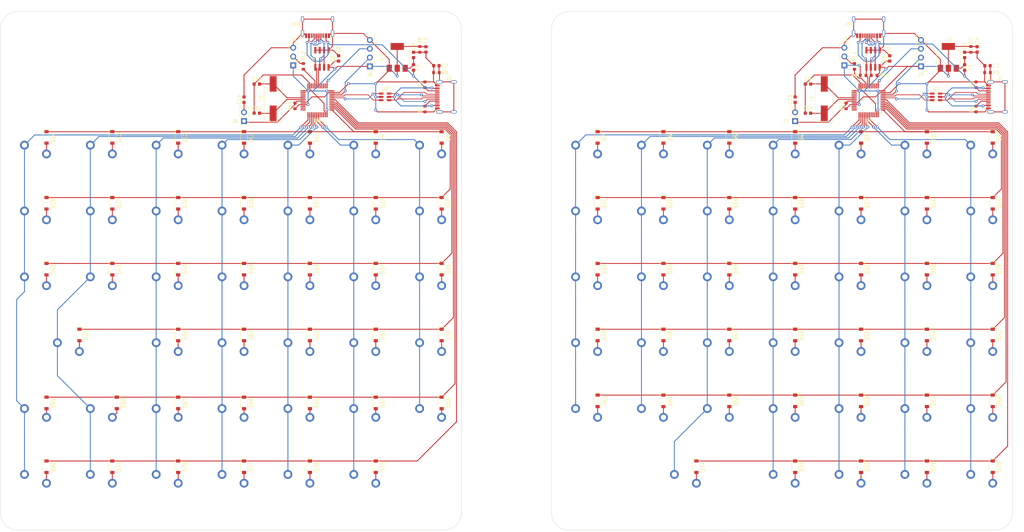
<source format=kicad_pcb>
(kicad_pcb (version 20211014) (generator pcbnew)
  (title_block (title "Split keyboard") (date "2022-01-18") (rev "0.1") (company "Sebastian"))
  (layers (0 "F.Cu" signal) (31 "B.Cu" signal) (34 "B.Paste" user) (35 "F.Paste" user) (36 "B.SilkS" user "B.Silkscreen") (37 "F.SilkS" user "F.Silkscreen") (38 "B.Mask" user) (39 "F.Mask" user) (44 "Edge.Cuts" user))
  (net 0 "")
  (net 1 "GND")
  (net 2 "Net-(C9-Pad2)")
  (net 3 "Net-(C10-Pad2)")
  (net 4 "Net-(D1-Pad2)")
  (net 5 "Net-(D2-Pad2)")
  (net 6 "Net-(D3-Pad2)")
  (net 7 "Net-(D4-Pad2)")
  (net 8 "Net-(D5-Pad2)")
  (net 9 "Net-(D6-Pad2)")
  (net 10 "Net-(D7-Pad2)")
  (net 11 "Net-(D8-Pad2)")
  (net 12 "Net-(D9-Pad2)")
  (net 13 "Net-(D10-Pad2)")
  (net 14 "Net-(D11-Pad2)")
  (net 15 "Net-(D12-Pad2)")
  (net 16 "Net-(D13-Pad2)")
  (net 17 "Net-(D14-Pad2)")
  (net 18 "Net-(D15-Pad2)")
  (net 19 "Net-(D16-Pad2)")
  (net 20 "Net-(D17-Pad2)")
  (net 21 "Net-(D18-Pad2)")
  (net 22 "Net-(D19-Pad2)")
  (net 23 "Net-(D20-Pad2)")
  (net 24 "Net-(D21-Pad2)")
  (net 25 "Net-(D22-Pad2)")
  (net 26 "Net-(D23-Pad2)")
  (net 27 "Net-(D24-Pad2)")
  (net 28 "Net-(D25-Pad2)")
  (net 29 "Net-(D26-Pad2)")
  (net 30 "Net-(D27-Pad2)")
  (net 31 "Net-(D28-Pad2)")
  (net 32 "Net-(D29-Pad2)")
  (net 33 "Net-(D30-Pad2)")
  (net 34 "Net-(D31-Pad2)")
  (net 35 "Net-(D32-Pad2)")
  (net 36 "Net-(D33-Pad2)")
  (net 37 "Net-(D34-Pad2)")
  (net 38 "Net-(D35-Pad2)")
  (net 39 "Net-(D36-Pad2)")
  (net 40 "Net-(D37-Pad2)")
  (net 41 "Net-(D38-Pad2)")
  (net 42 "Net-(D39-Pad2)")
  (net 43 "Net-(D40-Pad2)")
  (net 44 "Net-(D41-Pad2)")
  (net 45 "Net-(D42-Pad2)")
  (net 46 "Net-(D43-Pad2)")
  (net 47 "Net-(D44-Pad2)")
  (net 48 "Net-(D45-Pad2)")
  (net 49 "Net-(D46-Pad2)")
  (net 50 "Net-(D47-Pad2)")
  (net 51 "Net-(D48-Pad2)")
  (net 52 "Net-(D49-Pad2)")
  (net 53 "Net-(D50-Pad2)")
  (net 54 "Net-(D51-Pad2)")
  (net 55 "Net-(D52-Pad2)")
  (net 56 "Net-(D53-Pad2)")
  (net 57 "Net-(D54-Pad2)")
  (net 58 "Net-(D55-Pad2)")
  (net 59 "Net-(D56-Pad2)")
  (net 60 "Net-(D57-Pad2)")
  (net 61 "Net-(D58-Pad2)")
  (net 62 "Net-(D59-Pad2)")
  (net 63 "Net-(D60-Pad2)")
  (net 64 "Net-(D61-Pad2)")
  (net 65 "Net-(D62-Pad2)")
  (net 66 "Net-(D63-Pad2)")
  (net 67 "Net-(D64-Pad2)")
  (net 68 "Net-(D65-Pad2)")
  (net 69 "Net-(D66-Pad2)")
  (net 70 "Net-(D67-Pad2)")
  (net 71 "Net-(D68-Pad2)")
  (net 72 "Net-(D69-Pad2)")
  (net 73 "Net-(D70-Pad2)")
  (net 74 "Net-(D71-Pad2)")
  (net 75 "Net-(D72-Pad2)")
  (net 76 "Net-(D73-Pad2)")
  (net 77 "Net-(D74-Pad2)")
  (net 78 "Net-(D75-Pad2)")
  (net 79 "Net-(D76-Pad2)")
  (net 80 "Net-(D77-Pad2)")
  (net 81 "Net-(D78-Pad2)")
  (net 82 "Net-(D79-Pad2)")
  (net 83 "Net-(D80-Pad2)")
  (net 84 "Net-(J1-PadA5)")
  (net 86 "Net-(J1-PadB5)")
  (net 88 "Net-(J2-PadA5)")
  (net 90 "Net-(J2-PadB5)")
  (net 92 "Net-(C1-Pad1)")
  (net 93 "Net-(C2-Pad1)")
  (net 94 "Net-(C3-Pad1)")
  (net 95 "3.3V")
  (net 96 "Net-(C11-Pad2)")
  (net 97 "Net-(C12-Pad2)")
  (net 98 "Net-(C13-Pad1)")
  (net 99 "Net-(C14-Pad1)")
  (net 102 "LR1")
  (net 103 "RR1")
  (net 104 "LR2")
  (net 105 "RR2")
  (net 106 "LR3")
  (net 107 "RR3")
  (net 108 "LR4")
  (net 109 "RR4")
  (net 110 "LR5")
  (net 111 "RR5")
  (net 112 "LR6")
  (net 113 "RR6")
  (net 114 "LVBUS")
  (net 115 "Net-(J3-Pad2)")
  (net 116 "Net-(J4-Pad2)")
  (net 117 "LSWDIO")
  (net 118 "LSWDCK")
  (net 119 "LNRST")
  (net 128 "LDBUS-")
  (net 129 "LDBUS+")
  (net 130 "LSDA")
  (net 131 "LSCL")
  (net 132 "LBOOT")
  (net 135 "LC1")
  (net 136 "LC2")
  (net 137 "LC3")
  (net 138 "LC4")
  (net 139 "LC5")
  (net 140 "LC6")
  (net 141 "LC7")
  (net 142 "RC7")
  (net 143 "RC6")
  (net 144 "RC5")
  (net 145 "RC4")
  (net 146 "RC3")
  (net 147 "RC2")
  (net 148 "RC1")
  (net 149 "LD-")
  (net 150 "LD+")
  (net 157 "RVBUS")
  (net 158 "RSWDIO")
  (net 159 "RSWDCK")
  (net 160 "RNRST")
  (net 161 "RDBUS-")
  (net 162 "RDBUS+")
  (net 163 "RSCL")
  (net 164 "RSDA")
  (net 165 "RBOOT")
  (net 166 "RD-")
  (net 167 "RD+")
  (net 168 "Net-(C6-Pad1)")
  (footprint "acheron_MX:MX100" (layer "F.Cu") (at 125 128)
    (fp_text reference "SW37")
    (fp_text value "SW_Push")
  )
  (footprint "acheron_MX:MX100" (layer "F.Cu") (at 246 166)
    (fp_text reference "SW59")
    (fp_text value "SW_Push")
  )
  (footprint "acheron_MX:MX100" (layer "F.Cu") (at 125 147)
    (fp_text reference "SW51")
    (fp_text value "SW_Push")
  )
  (footprint "acheron_MX:MX100" (layer "F.Cu") (at 189 90)
    (fp_text reference "SW7")
    (fp_text value "SW_Push")
  )
  (footprint "Package_QFP:LQFP-48_7x7mm_P0.5mm" (layer "F.Cu") (at 112 72)
    (fp_text reference "U8")
    (fp_text value "CH32VF103Cx")
  )
  (footprint "Diode_SMD:D_SOD-123" (layer "F.Cu") (at 54.1 159.3 -90)
    (fp_text reference "D68")
    (fp_text value "D_Small")
  )
  (footprint "acheron_MX:MX100" (layer "F.Cu") (at 49 128)
    (fp_text reference "SW41")
    (fp_text value "SW_Push")
  )
  (footprint "Capacitor_SMD:C_0603_1608Metric" (layer "F.Cu") (at 143.3 57.3 -90)
    (fp_text reference "C5")
    (fp_text value "10u")
  )
  (footprint "acheron_MX:MX200" (layer "F.Cu") (at 39.5 147)
    (fp_text reference "SW55")
    (fp_text value "SW_Push")
  )
  (footprint "Connector_PinHeader_2.54mm:PinHeader_1x03_P2.54mm_Vertical" (layer "F.Cu") (at 105 61.9 180)
    (fp_text reference "J4")
    (fp_text value "Conn_01x03")
  )
  (footprint "Diode_SMD:D_SOD-123" (layer "F.Cu") (at 306.81 101.7 -90)
    (fp_text reference "D15")
    (fp_text value "D_Small")
  )
  (footprint "Diode_SMD:D_SOD-123" (layer "F.Cu") (at 147.81 101.7 -90)
    (fp_text reference "D22")
    (fp_text value "D_Small")
  )
  (footprint "Diode_SMD:D_SOD-123" (layer "F.Cu") (at 109.81 101.7 -90)
    (fp_text reference "D24")
    (fp_text value "D_Small")
  )
  (footprint "acheron_MX:MX100" (layer "F.Cu") (at 246 90)
    (fp_text reference "SW4")
    (fp_text value "SW_Push")
  )
  (footprint "Diode_SMD:D_SOD-123" (layer "F.Cu") (at 33.81 82.7 -90)
    (fp_text reference "D14")
    (fp_text value "D_Small")
  )
  (footprint "Diode_SMD:D_SOD-123" (layer "F.Cu") (at 128.81 101.7 -90)
    (fp_text reference "D23")
    (fp_text value "D_Small")
  )
  (footprint "Diode_SMD:D_SOD-123" (layer "F.Cu") (at 221.31 177.7 -90)
    (fp_text reference "D74")
    (fp_text value "D_Small")
  )
  (footprint "Crystal:Crystal_SMD_HC49-SD" (layer "F.Cu") (at 258.2 71.5 90)
    (fp_text reference "Y1")
    (fp_text value "8Mhz")
  )
  (footprint "Diode_SMD:D_SOD-123" (layer "F.Cu") (at 306.81 120.7 -90)
    (fp_text reference "D29")
    (fp_text value "D_Small")
  )
  (footprint "Diode_SMD:D_SOD-123" (layer "F.Cu") (at 90.81 101.7 -90)
    (fp_text reference "D25")
    (fp_text value "D_Small")
  )
  (footprint "Capacitor_SMD:C_0603_1608Metric" (layer "F.Cu") (at 298.7 58.9 90)
    (fp_text reference "C3")
    (fp_text value "10u")
  )
  (footprint "Diode_SMD:D_SOD-123" (layer "F.Cu") (at 128.81 177.7 -90)
    (fp_text reference "D75")
    (fp_text value "D_Small")
  )
  (footprint "Package_SO:SOIC-8_3.9x4.9mm_P1.27mm" (layer "F.Cu") (at 113.27 60 -90)
    (fp_text reference "U6")
    (fp_text value "AT24C256C-SSHL-T")
  )
  (footprint "acheron_MX:MX100" (layer "F.Cu") (at 144 147)
    (fp_text reference "SW50")
    (fp_text value "SW_Push")
  )
  (footprint "Capacitor_SMD:C_0603_1608Metric" (layer "F.Cu") (at 253.5 67.3)
    (fp_text reference "C9")
    (fp_text value "20p")
  )
  (footprint "acheron_MX:MX100" (layer "F.Cu") (at 68 90)
    (fp_text reference "SW12")
    (fp_text value "SW_Push")
  )
  (footprint "acheron_MX:MX100" (layer "F.Cu") (at 68 185)
    (fp_text reference "SW78")
    (fp_text value "SW_Push")
  )
  (footprint "acheron_MX:MX100" (layer "F.Cu") (at 189 109)
    (fp_text reference "SW21")
    (fp_text value "SW_Push")
  )
  (footprint "Diode_SMD:D_SOD-123" (layer "F.Cu") (at 230.81 101.7 -90)
    (fp_text reference "D19")
    (fp_text value "D_Small")
  )
  (footprint "Connector_PinHeader_2.54mm:PinHeader_1x03_P2.54mm_Vertical" (layer "F.Cu") (at 264 61.9 180)
    (fp_text reference "J3")
    (fp_text value "Conn_01x03")
  )
  (footprint "acheron_MX:MX100" (layer "F.Cu") (at 106 166)
    (fp_text reference "SW65")
    (fp_text value "SW_Push")
  )
  (footprint "Diode_SMD:D_SOD-123" (layer "F.Cu") (at 249.81 101.7 -90)
    (fp_text reference "D18")
    (fp_text value "D_Small")
  )
  (footprint "acheron_MX:MX100" (layer "F.Cu") (at 284 185)
    (fp_text reference "SW71")
    (fp_text value "SW_Push")
  )
  (footprint "Resistor_SMD:R_0603_1608Metric" (layer "F.Cu") (at 107.9 62.2 -90)
    (fp_text reference "R12")
    (fp_text value "10k")
  )
  (footprint "USB_C_Receptable:TYPE-C-31-M-12" (layer "F.Cu") (at 153.5 71 90)
    (fp_text reference "J2")
    (fp_text value "TYPE-C-31-M-12")
  )
  (footprint "acheron_MX:MX100" (layer "F.Cu") (at 227 90)
    (fp_text reference "SW5")
    (fp_text value "SW_Push")
  )
  (footprint "Diode_SMD:D_SOD-123" (layer "F.Cu") (at 71.81 139.7 -90)
    (fp_text reference "D54")
    (fp_text value "D_Small")
  )
  (footprint "Diode_SMD:D_SOD-123" (layer "F.Cu") (at 211.81 139.7 -90)
    (fp_text reference "D48")
    (fp_text value "D_Small")
  )
  (footprint "Diode_SMD:D_SOD-123" (layer "F.Cu") (at 33.81 120.7 -90)
    (fp_text reference "D42")
    (fp_text value "D_Small")
  )
  (footprint "Capacitor_SMD:C_0603_1608Metric" (layer "F.Cu") (at 302.3 57.3 -90)
    (fp_text reference "C4")
    (fp_text value "10u")
  )
  (footprint "Capacitor_SMD:C_0603_1608Metric" (layer "F.Cu") (at 253.5 75.7)
    (fp_text reference "C11")
    (fp_text value "20p")
  )
  (footprint "acheron_MX:MX100" (layer "F.Cu") (at 30 166)
    (fp_text reference "SW69")
    (fp_text value "SW_Push")
  )
  (footprint "Resistor_SMD:R_0603_1608Metric" (layer "F.Cu") (at 266.9 62.2 -90)
    (fp_text reference "R11")
    (fp_text value "10k")
  )
  (footprint "acheron_MX:MX100" (layer "F.Cu") (at 227 166)
    (fp_text reference "SW60")
    (fp_text value "SW_Push")
  )
  (footprint "Diode_SMD:D_SOD-123" (layer "F.Cu") (at 268.81 139.7 -90)
    (fp_text reference "D45")
    (fp_text value "D_Small")
  )
  (footprint "Capacitor_SMD:C_0603_1608Metric" (layer "F.Cu") (at 146.3 62 180)
    (fp_text reference "C2")
    (fp_text value "4.7n")
  )
  (footprint "Resistor_SMD:R_0603_1608Metric" (layer "F.Cu") (at 141.5 57.3 -90)
    (fp_text reference "R8")
    (fp_text value "470")
  )
  (footprint "Diode_SMD:D_SOD-123" (layer "F.Cu") (at 192.81 139.7 -90)
    (fp_text reference "D49")
    (fp_text value "D_Small")
  )
  (footprint "acheron_MX:MX100" (layer "F.Cu") (at 144 128)
    (fp_text reference "SW36")
    (fp_text value "SW_Push")
  )
  (footprint "Resistor_SMD:R_0603_1608Metric" (layer "F.Cu") (at 300.5 57.3 -90)
    (fp_text reference "R7")
    (fp_text value "470")
  )
  (footprint "Capacitor_SMD:C_0603_1608Metric" (layer "F.Cu") (at 118.1 59.9 90)
    (fp_text reference "C8")
    (fp_text value "100n")
  )
  (footprint "Diode_SMD:D_SOD-123" (layer "F.Cu") (at 71.81 177.7 -90)
    (fp_text reference "D78")
    (fp_text value "D_Small")
  )
  (footprint "Package_SO:SOIC-8_3.9x4.9mm_P1.27mm" (layer "F.Cu") (at 272.27 60 -90)
    (fp_text reference "U5")
    (fp_text value "AT24C256C-SSHL-T")
  )
  (footprint "Diode_SMD:D_SOD-123" (layer "F.Cu") (at 192.81 158.7 -90)
    (fp_text reference "D62")
    (fp_text value "D_Small")
  )
  (footprint "Diode_SMD:D_SOD-123" (layer "F.Cu") (at 71.81 82.7 -90)
    (fp_text reference "D12")
    (fp_text value "D_Small")
  )
  (footprint "USB_C_Receptable:TYPE-C-31-M-12" (layer "F.Cu") (at 112 46.4 180)
    (fp_text reference "J10")
    (fp_text value "TYPE-C-31-M-12")
  )
  (footprint "Diode_SMD:D_SOD-123" (layer "F.Cu") (at 33.81 177.7 -90)
    (fp_text reference "D80")
    (fp_text value "D_Small")
  )
  (footprint "Resistor_SMD:R_0603_1608Metric" (layer "F.Cu") (at 272.6 64.8 180)
    (fp_text reference "R10")
    (fp_text value "4.7k")
  )
  (footprint "acheron_MX:MX100" (layer "F.Cu") (at 227 128)
    (fp_text reference "SW33")
    (fp_text value "SW_Push")
  )
  (footprint "Connector_PinHeader_2.54mm:PinHeader_1x02_P2.54mm_Vertical" (layer "F.Cu") (at 90.8 78 180)
    (fp_text reference "J8")
    (fp_text value "Conn_01x02")
  )
  (footprint "acheron_MX:MX100" (layer "F.Cu") (at 303 147)
    (fp_text reference "SW43")
    (fp_text value "SW_Push")
  )
  (footprint "Diode_SMD:D_SOD-123" (layer "F.Cu") (at 211.81 101.7 -90)
    (fp_text reference "D20")
    (fp_text value "D_Small")
  )
  (footprint "Diode_SMD:D_SOD-123" (layer "F.Cu") (at 287.81 177.7 -90)
    (fp_text reference "D71")
    (fp_text value "D_Small")
  )
  (footprint "Capacitor_SMD:C_0603_1608Metric" (layer "F.Cu") (at 94.5 67.3)
    (fp_text reference "C10")
    (fp_text value "20p")
  )
  (footprint "Package_TO_SOT_SMD:SOT-23-6" (layer "F.Cu") (at 131.5 71)
    (fp_text reference "U2")
    (fp_text value "USBLC6-2SC6")
  )
  (footprint "Diode_SMD:D_SOD-123" (layer "F.Cu") (at 71.81 120.7 -90)
    (fp_text reference "D40")
    (fp_text value "D_Small")
  )
  (footprint "Diode_SMD:D_SOD-123" (layer "F.Cu") (at 109.81 139.7 -90)
    (fp_text reference "D52")
    (fp_text value "D_Small")
  )
  (footprint "acheron_MX:MX100" (layer "F.Cu") (at 246 147)
    (fp_text reference "SW46")
    (fp_text value "SW_Push")
  )
  (footprint "Diode_SMD:D_SOD-123" (layer "F.Cu") (at 249.81 120.7 -90)
    (fp_text reference "D32")
    (fp_text value "D_Small")
  )
  (footprint "acheron_MX:MX100" (layer "F.Cu") (at 208 90)
    (fp_text reference "SW6")
    (fp_text value "SW_Push")
  )
  (footprint "acheron_MX:MX100" (layer "F.Cu") (at 87 128)
    (fp_text reference "SW39")
    (fp_text value "SW_Push")
  )
  (footprint "acheron_MX:MX100" (layer "F.Cu") (at 87 166)
    (fp_text reference "SW66")
    (fp_text value "SW_Push")
  )
  (footprint "acheron_MX:MX100" (layer "F.Cu") (at 189 147)
    (fp_text reference "SW49")
    (fp_text value "SW_Push")
  )
  (footprint "acheron_MX:MX100" (layer "F.Cu") (at 284 90)
    (fp_text reference "SW2")
    (fp_text value "SW_Push")
  )
  (footprint "Package_TO_SOT_SMD:SOT-223-3_TabPin2" (layer "F.Cu") (at 294 59.6 90)
    (fp_text reference "U3")
    (fp_text value "LD1117S33TR_SOT223")
  )
  (footprint "acheron_MX:MX100" (layer "F.Cu") (at 189 128)
    (fp_text reference "SW35")
    (fp_text value "SW_Push")
  )
  (footprint "Diode_SMD:D_SOD-123" (layer "F.Cu") (at 249.81 139.7 -90)
    (fp_text reference "D46")
    (fp_text value "D_Small")
  )
  (footprint "acheron_MX:MX100" (layer "F.Cu") (at 68 128)
    (fp_text reference "SW40")
    (fp_text value "SW_Push")
  )
  (footprint "Diode_SMD:D_SOD-123" (layer "F.Cu") (at 192.81 101.7 -90)
    (fp_text reference "D21")
    (fp_text value "D_Small")
  )
  (footprint "Package_TO_SOT_SMD:SOT-223-3_TabPin2" (layer "F.Cu") (at 135 59.6 90)
    (fp_text reference "U4")
    (fp_text value "LD1117S33TR_SOT223")
  )
  (footprint "Diode_SMD:D_SOD-123" (layer "F.Cu") (at 52.81 101.7 -90)
    (fp_text reference "D27")
    (fp_text value "D_Small")
  )
  (footprint "acheron_MX:MX100" (layer "F.Cu") (at 68 166)
    (fp_text reference "SW67")
    (fp_text value "SW_Push")
  )
  (footprint "Diode_SMD:D_SOD-123" (layer "F.Cu") (at 90.81 120.7 -90)
    (fp_text reference "D39")
    (fp_text value "D_Small")
  )
  (footprint "acheron_MX:MX100" (layer "F.Cu") (at 144 109)
    (fp_text reference "SW22")
    (fp_text value "SW_Push")
  )
  (footprint "Resistor_SMD:R_0603_1608Metric" (layer "F.Cu") (at 269.4 64.8)
    (fp_text reference "R9")
    (fp_text value "4.7k")
  )
  (footprint "Fuse:Fuse_0603_1608Metric" (layer "F.Cu") (at 139.7 62.5 90)
    (fp_text reference "F2")
    (fp_text value "500mA")
  )
  (footprint "acheron_MX:MX100" (layer "F.Cu") (at 208 166)
    (fp_text reference "SW61")
    (fp_text value "SW_Push")
  )
  (footprint "acheron_MX:MX100" (layer "F.Cu") (at 284 109)
    (fp_text reference "SW16")
    (fp_text value "SW_Push")
  )
  (footprint "Diode_SMD:D_SOD-123" (layer "F.Cu") (at 33.81 159.3 -90)
    (fp_text reference "D69")
    (fp_text value "D_Small")
  )
  (footprint "Resistor_SMD:R_0603_1608Metric" (layer "F.Cu") (at 143 74.5 -90)
    (fp_text reference "R2")
    (fp_text value "5.1k")
  )
  (footprint "acheron_MX:MX100" (layer "F.Cu") (at 106 90)
    (fp_text reference "SW10")
    (fp_text value "SW_Push")
  )
  (footprint "acheron_MX:MX100" (layer "F.Cu") (at 106 128)
    (fp_text reference "SW38")
    (fp_text value "SW_Push")
  )
  (footprint "Package_QFP:LQFP-48_7x7mm_P0.5mm" (layer "F.Cu") (at 271 72)
    (fp_text reference "U7")
    (fp_text value "CH32VF103Cx")
  )
  (footprint "Diode_SMD:D_SOD-123" (layer "F.Cu") (at 230.81 82.7 -90)
    (fp_text reference "D5")
    (fp_text value "D_Small")
  )
  (footprint "Diode_SMD:D_SOD-123" (layer "F.Cu") (at 306.81 139.7 -90)
    (fp_text reference "D43")
    (fp_text value "D_Small")
  )
  (footprint "Diode_SMD:D_SOD-123" (layer "F.Cu") (at 230.81 158.7 -90)
    (fp_text reference "D60")
    (fp_text value "D_Small")
  )
  (footprint "Capacitor_SMD:C_0603_1608Metric" (layer "F.Cu") (at 90.8 71.8 90)
    (fp_text reference "C14")
    (fp_text value "100n")
  )
  (footprint "Resistor_SMD:R_0603_1608Metric" (layer "F.Cu") (at 302 67.5 90)
    (fp_text reference "R3")
    (fp_text value "5.1k")
  )
  (footprint "acheron_MX:MX100" (layer "F.Cu") (at 87 90)
    (fp_text reference "SW11")
    (fp_text value "SW_Push")
  )
  (footprint "Diode_SMD:D_SOD-123" (layer "F.Cu") (at 306.81 82.7 -90)
    (fp_text reference "D1")
    (fp_text value "D_Small")
  )
  (footprint "acheron_MX:MX100" (layer "F.Cu") (at 246 185)
    (fp_text reference "SW73")
    (fp_text value "SW_Push")
  )
  (footprint "acheron_MX:MX100" (layer "F.Cu") (at 265 90)
    (fp_text reference "SW3")
    (fp_text value "SW_Push")
  )
  (footprint "Connector_PinHeader_2.54mm:PinHeader_1x04_P2.54mm_Vertical" (layer "F.Cu") (at 286.1 62.2 180)
    (fp_text reference "J5")
    (fp_text value "Conn_01x04")
  )
  (footprint "Diode_SMD:D_SOD-123" (layer "F.Cu") (at 287.81 139.7 -90)
    (fp_text reference "D44")
    (fp_text value "D_Small")
  )
  (footprint "acheron_MX:MX100" (layer "F.Cu") (at 106 147)
    (fp_text reference "SW52")
    (fp_text value "SW_Push")
  )
  (footprint "acheron_MX:MX100" (layer "F.Cu") (at 125 166)
    (fp_text reference "SW64")
    (fp_text value "SW_Push")
  )
  (footprint "Resistor_SMD:R_0603_1608Metric" (layer "F.Cu") (at 264.5 73.6 -90)
    (fp_text reference "R13")
    (fp_text value "10k")
  )
  (footprint "Diode_SMD:D_SOD-123" (layer "F.Cu") (at 306.81 158.7 -90)
    (fp_text reference "D56")
    (fp_text value "D_Small")
  )
  (footprint "acheron_MX:MX100" (layer "F.Cu") (at 208 109)
    (fp_text reference "SW20")
    (fp_text value "SW_Push")
  )
  (footprint "acheron_MX:MX100" (layer "F.Cu") (at 49 90)
    (fp_text reference "SW13")
    (fp_text value "SW_Push")
  )
  (footprint "Capacitor_SMD:C_0603_1608Metric" (layer "F.Cu") (at 277.1 59.9 90)
    (fp_text reference "C7")
    (fp_text value "100n")
  )
  (footprint "Diode_SMD:D_SOD-123" (layer "F.Cu") (at 90.81 177.7 -90)
    (fp_text reference "D77")
    (fp_text value "D_Small")
  )
  (footprint "Diode_SMD:D_SOD-123" (layer "F.Cu") (at 192.81 82.7 -90)
    (fp_text reference "D7")
    (fp_text value "D_Small")
  )
  (footprint "acheron_MX:MX100" (layer "F.Cu") (at 303 128)
    (fp_text reference "SW29")
    (fp_text value "SW_Push")
  )
  (footprint "Diode_SMD:D_SOD-123" (layer "F.Cu") (at 128.81 159.3 -90)
    (fp_text reference "D64")
    (fp_text value "D_Small")
  )
  (footprint "Diode_SMD:D_SOD-123" (layer "F.Cu") (at 306.81 177.7 -90)
    (fp_text reference "D70")
    (fp_text value "D_Small")
  )
  (footprint "acheron_MX:MX100" (layer "F.Cu") (at 303 109)
    (fp_text reference "SW15")
    (fp_text value "SW_Push")
  )
  (footprint "Diode_SMD:D_SOD-123" (layer "F.Cu") (at 33.81 101.7 -90)
    (fp_text reference "D28")
    (fp_text value "D_Small")
  )
  (footprint "acheron_MX:MX100" (layer "F.Cu") (at 49 185)
    (fp_text reference "SW79")
    (fp_text value "SW_Push")
  )
  (footprint "acheron_MX:MX100" (layer "F.Cu") (at 303 166)
    (fp_text reference "SW56")
    (fp_text value "SW_Push")
  )
  (footprint "Connector_PinHeader_2.54mm:PinHeader_1x02_P2.54mm_Vertical" (layer "F.Cu") (at 249.8 78 180)
    (fp_text reference "J7")
    (fp_text value "Conn_01x02")
  )
  (footprint "Diode_SMD:D_SOD-123" (layer "F.Cu") (at 147.81 159.3 -90)
    (fp_text reference "D63")
    (fp_text value "D_Small")
  )
  (footprint "acheron_MX:MX100" (layer "F.Cu") (at 227 109)
    (fp_text reference "SW19")
    (fp_text value "SW_Push")
  )
  (footprint "Diode_SMD:D_SOD-123" (layer "F.Cu") (at 268.81 120.7 -90)
    (fp_text reference "D31")
    (fp_text value "D_Small")
  )
  (footprint "acheron_MX:MX100" (layer "F.Cu") (at 68 109)
    (fp_text reference "SW26")
    (fp_text value "SW_Push")
  )
  (footprint "Diode_SMD:D_SOD-123" (layer "F.Cu") (at 109.81 120.7 -90)
    (fp_text reference "D38")
    (fp_text value "D_Small")
  )
  (footprint "Diode_SMD:D_SOD-123" (layer "F.Cu") (at 268.81 177.7 -90)
    (fp_text reference "D72")
    (fp_text value "D_Small")
  )
  (footprint "Resistor_SMD:R_0603_1608Metric" (layer "F.Cu") (at 143 67.5 90)
    (fp_text reference "R4")
    (fp_text value "5.1k")
  )
  (footprint "Diode_SMD:D_SOD-123" (layer "F.Cu") (at 147.81 139.7 -90)
    (fp_text reference "D50")
    (fp_text value "D_Small")
  )
  (footprint "acheron_MX:MX100" (layer "F.Cu") (at 87 147)
    (fp_text reference "SW53")
    (fp_text value "SW_Push")
  )
  (footprint "acheron_MX:MX100" (layer "F.Cu") (at 284 128)
    (fp_text reference "SW30")
    (fp_text value "SW_Push")
  )
  (footprint "Crystal:Crystal_SMD_HC49-SD" (layer "F.Cu") (at 99.2 71.5 90)
    (fp_text reference "Y2")
    (fp_text value "8Mhz")
  )
  (footprint "acheron_MX:MX100" (layer "F.Cu") (at 87 185)
    (fp_text reference "SW77")
    (fp_text value "SW_Push")
  )
  (footprint "Diode_SMD:D_SOD-123" (layer "F.Cu") (at 71.81 101.7 -90)
    (fp_text reference "D26")
    (fp_text value "D_Small")
  )
  (footprint "Diode_SMD:D_SOD-123" (layer "F.Cu") (at 192.81 120.7 -90)
    (fp_text reference "D35")
    (fp_text value "D_Small")
  )
  (footprint "Diode_SMD:D_SOD-123" (layer "F.Cu") (at 211.81 120.7 -90)
    (fp_text reference "D34")
    (fp_text value "D_Small")
  )
  (footprint "acheron_MX:MX100" (layer "F.Cu") (at 125 109)
    (fp_text reference "SW23")
    (fp_text value "SW_Push")
  )
  (footprint "Diode_SMD:D_SOD-123" (layer "F.Cu") (at 128.81 139.7 -90)
    (fp_text reference "D51")
    (fp_text value "D_Small")
  )
  (footprint "Diode_SMD:D_SOD-123" (layer "F.Cu") (at 230.81 120.7 -90)
    (fp_text reference "D33")
    (fp_text value "D_Small")
  )
  (footprint "Diode_SMD:D_SOD-123" (layer "F.Cu") (at 268.81 101.7 -90)
    (fp_text reference "D17")
    (fp_text value "D_Small")
  )
  (footprint "acheron_MX:MX100" (layer "F.Cu") (at 265 128)
    (fp_text reference "SW31")
    (fp_text value "SW_Push")
  )
  (footprint "acheron_MX:MX100" (layer "F.Cu") (at 49 166)
    (fp_text reference "SW68")
    (fp_text value "SW_Push")
  )
  (footprint "acheron_MX:MX100" (layer "F.Cu") (at 265 147)
    (fp_text reference "SW45")
    (fp_text value "SW_Push")
  )
  (footprint "Diode_SMD:D_SOD-123" (layer "F.Cu") (at 109.81 159.3 -90)
    (fp_text reference "D65")
    (fp_text value "D_Small")
  )
  (footprint "acheron_MX:MX100" (layer "F.Cu") (at 265 185)
    (fp_text reference "SW72")
    (fp_text value "SW_Push")
  )
  (footprint "acheron_MX:MX100" (layer "F.Cu") (at 303 90)
    (fp_text reference "SW1")
    (fp_text value "SW_Push")
  )
  (footprint "Diode_SMD:D_SOD-123" (layer "F.Cu") (at 52.81 82.7 -90)
    (fp_text reference "D13")
    (fp_text value "D_Small")
  )
  (footprint "acheron_MX:MX100" (layer "F.Cu") (at 227 147)
    (fp_text reference "SW47")
    (fp_text value "SW_Push")
  )
  (footprint "Diode_SMD:D_SOD-123" (layer "F.Cu") (at 90.81 159.3 -90)
    (fp_text reference "D66")
    (fp_text value "D_Small")
  )
  (footprint "Diode_SMD:D_SOD-123" (layer "F.Cu") (at 43.31 139.7 -90)
    (fp_text reference "D55")
    (fp_text value "D_Small")
  )
  (footprint "acheron_MX:MX100" (layer "F.Cu") (at 144 166)
    (fp_text reference "SW63")
    (fp_text value "SW_Push")
  )
  (footprint "Diode_SMD:D_SOD-123" (layer "F.Cu") (at 249.81 177.7 -90)
    (fp_text reference "D73")
    (fp_text value "D_Small")
  )
  (footprint "USB_C_Receptable:TYPE-C-31-M-12" (layer "F.Cu") (at 312.5 71 90)
    (fp_text reference "J1")
    (fp_text value "TYPE-C-31-M-12")
  )
  (footprint "Capacitor_SMD:C_0603_1608Metric" (layer "F.Cu") (at 305.3 62 180)
    (fp_text reference "C1")
    (fp_text value "4.7n")
  )
  (footprint "acheron_MX:MX100" (layer "F.Cu") (at 265 109)
    (fp_text reference "SW17")
    (fp_text value "SW_Push")
  )
  (footprint "Diode_SMD:D_SOD-123" (layer "F.Cu") (at 90.81 139.7 -90)
    (fp_text reference "D53")
    (fp_text value "D_Small")
  )
  (footprint "Diode_SMD:D_SOD-123" (layer "F.Cu") (at 71.81 159.3 -90)
    (fp_text reference "D67")
    (fp_text value "D_Small")
  )
  (footprint "acheron_MX:MX100" (layer "F.Cu") (at 303 185)
    (fp_text reference "SW70")
    (fp_text value "SW_Push")
  )
  (footprint "Resistor_SMD:R_0603_1608Metric" (layer "F.Cu") (at 305.3 64 180)
    (fp_text reference "R5")
    (fp_text value "1M")
  )
  (footprint "acheron_MX:MX100" (layer "F.Cu") (at 49 109)
    (fp_text reference "SW27")
    (fp_text value "SW_Push")
  )
  (footprint "acheron_MX:MX100" (layer "F.Cu") (at 30 109)
    (fp_text reference "SW28")
    (fp_text value "SW_Push")
  )
  (footprint "acheron_MX:MX100" (layer "F.Cu") (at 284 166)
    (fp_text reference "SW57")
    (fp_text value "SW_Push")
  )
  (footprint "Diode_SMD:D_SOD-123" (layer "F.Cu") (at 147.81 120.7 -90)
    (fp_text reference "D36")
    (fp_text value "D_Small")
  )
  (footprint "acheron_MX:MX100" (layer "F.Cu") (at 144 90)
    (fp_text reference "SW8")
    (fp_text value "SW_Push")
  )
  (footprint "acheron_MX:MX100" (layer "F.Cu") (at 284 147)
    (fp_text reference "SW44")
    (fp_text value "SW_Push")
  )
  (footprint "acheron_MX:MX100" (layer "F.Cu") (at 87 109)
    (fp_text reference "SW25")
    (fp_text value "SW_Push")
  )
  (footprint "acheron_MX:MX200" (layer "F.Cu") (at 217.5 185)
    (fp_text reference "SW74")
    (fp_text value "SW_Push")
  )
  (footprint "Diode_SMD:D_SOD-123" (layer "F.Cu") (at 52.81 177.7 -90)
    (fp_text reference "D79")
    (fp_text value "D_Small")
  )
  (footprint "Diode_SMD:D_SOD-123" (layer "F.Cu") (at 128.81 82.7 -90)
    (fp_text reference "D9")
    (fp_text value "D_Small")
  )
  (footprint "Diode_SMD:D_SOD-123" (layer "F.Cu") (at 249.81 158.7 -90)
    (fp_text reference "D59")
    (fp_text value "D_Small")
  )
  (footprint "Diode_SMD:D_SOD-123" (layer "F.Cu") (at 287.81 82.7 -90)
    (fp_text reference "D2")
    (fp_text value "D_Small")
  )
  (footprint "Diode_SMD:D_SOD-123" (layer "F.Cu") (at 268.81 82.7 -90)
    (fp_text reference "D3")
    (fp_text value "D_Small")
  )
  (footprint "Diode_SMD:D_SOD-123" (layer "F.Cu") (at 109.81 82.7 -90)
    (fp_text reference "D10")
    (fp_text value "D_Small")
  )
  (footprint "acheron_MX:MX100" (layer "F.Cu") (at 189 166)
    (fp_text reference "SW62")
    (fp_text value "SW_Push")
  )
  (footprint "acheron_MX:MX100" (layer "F.Cu") (at 246 109)
    (fp_text reference "SW18")
    (fp_text value "SW_Push")
  )
  (footprint "acheron_MX:MX100" (layer "F.Cu") (at 30 90)
    (fp_text reference "SW14")
    (fp_text value "SW_Push")
  )
  (footprint "acheron_MX:MX100" (layer "F.Cu") (at 106 109)
    (fp_text reference "SW24")
    (fp_text value "SW_Push")
  )
  (footprint "Diode_SMD:D_SOD-123" (layer "F.Cu") (at 90.81 82.7 -90)
    (fp_text reference "D11")
    (fp_text value "D_Small")
  )
  (footprint "Diode_SMD:D_SOD-123" (layer "F.Cu") (at 147.81 82.7 -90)
    (fp_text reference "D8")
    (fp_text value "D_Small")
  )
  (footprint "Diode_SMD:D_SOD-123" (layer "F.Cu") (at 230.81 139.7 -90)
    (fp_text reference "D47")
    (fp_text value "D_Small")
  )
  (footprint "Diode_SMD:D_SOD-123" (layer "F.Cu") (at 287.81 158.7 -90)
    (fp_text reference "D57")
    (fp_text value "D_Small")
  )
  (footprint "Connector_PinHeader_2.54mm:PinHeader_1x04_P2.54mm_Vertical" (layer "F.Cu") (at 127.1 62.2 180)
    (fp_text reference "J6")
    (fp_text value "Conn_01x04")
  )
  (footprint "acheron_MX:MX100" (layer "F.Cu") (at 246 128)
    (fp_text reference "SW32")
    (fp_text value "SW_Push")
  )
  (footprint "Diode_SMD:D_SOD-123" (layer "F.Cu") (at 287.81 120.7 -90)
    (fp_text reference "D30")
    (fp_text value "D_Small")
  )
  (footprint "Diode_SMD:D_SOD-123" (layer "F.Cu") (at 211.81 158.7 -90)
    (fp_text reference "D61")
    (fp_text value "D_Small")
  )
  (footprint "Resistor_SMD:R_0603_1608Metric" (layer "F.Cu") (at 146.3 64 180)
    (fp_text reference "R6")
    (fp_text value "1M")
  )
  (footprint "USB_C_Receptable:TYPE-C-31-M-12" (layer "F.Cu") (at 271 46.4 180)
    (fp_text reference "J9")
    (fp_text value "TYPE-C-31-M-12")
  )
  (footprint "Resistor_SMD:R_0603_1608Metric" (layer "F.Cu") (at 105.5 73.6 -90)
    (fp_text reference "R14")
    (fp_text value "10k")
  )
  (footprint "Diode_SMD:D_SOD-123" (layer "F.Cu") (at 287.81 101.7 -90)
    (fp_text reference "D16")
    (fp_text value "D_Small")
  )
  (footprint "Package_TO_SOT_SMD:SOT-23-6" (layer "F.Cu") (at 290.5 71)
    (fp_text reference "U1")
    (fp_text value "USBLC6-2SC6")
  )
  (footprint "Diode_SMD:D_SOD-123" (layer "F.Cu") (at 109.81 177.7 -90)
    (fp_text reference "D76")
    (fp_text value "D_Small")
  )
  (footprint "Resistor_SMD:R_0603_1608Metric" (layer "F.Cu") (at 302 74.5 -90)
    (fp_text reference "R1")
    (fp_text value "5.1k")
  )
  (footprint "acheron_MX:MX100" (layer "F.Cu") (at 106 185)
    (fp_text reference "SW76")
    (fp_text value "SW_Push")
  )
  (footprint "Diode_SMD:D_SOD-123" (layer "F.Cu") (at 211.81 82.7 -90)
    (fp_text reference "D6")
    (fp_text value "D_Small")
  )
  (footprint "Diode_SMD:D_SOD-123" (layer "F.Cu") (at 268.81 158.7 -90)
    (fp_text reference "D58")
    (fp_text value "D_Small")
  )
  (footprint "acheron_MX:MX100" (layer "F.Cu") (at 208 147)
    (fp_text reference "SW48")
    (fp_text value "SW_Push")
  )
  (footprint "acheron_MX:MX100" (layer "F.Cu") (at 30 128)
    (fp_text reference "SW42")
    (fp_text value "SW_Push")
  )
  (footprint "Capacitor_SMD:C_0603_1608Metric" (layer "F.Cu") (at 139.7 58.9 90)
    (fp_text reference "C6")
    (fp_text value "10u")
  )
  (footprint "Capacitor_SMD:C_0603_1608Metric" (layer "F.Cu") (at 94.5 75.7)
    (fp_text reference "C12")
    (fp_text value "20p")
  )
  (footprint "Capacitor_SMD:C_0603_1608Metric" (layer "F.Cu") (at 249.8 71.8 90)
    (fp_text reference "C13")
    (fp_text value "100n")
  )
  (footprint "acheron_MX:MX100" (layer "F.Cu") (at 208 128)
    (fp_text reference "SW34")
    (fp_text value "SW_Push")
  )
  (footprint "Diode_SMD:D_SOD-123" (layer "F.Cu") (at 128.81 120.7 -90)
    (fp_text reference "D37")
    (fp_text value "D_Small")
  )
  (footprint "acheron_MX:MX100" (layer "F.Cu") (at 30 185)
    (fp_text reference "SW80")
    (fp_text value "SW_Push")
  )
  (footprint "acheron_MX:MX100" (layer "F.Cu") (at 125 185)
    (fp_text reference "SW75")
    (fp_text value "SW_Push")
  )
  (footprint "Fuse:Fuse_0603_1608Metric" (layer "F.Cu") (at 298.7 62.5 90)
    (fp_text reference "F1")
    (fp_text value "500mA")
  )
  (footprint "Diode_SMD:D_SOD-123" (layer "F.Cu") (at 52.81 120.7 -90)
    (fp_text reference "D41")
    (fp_text value "D_Small")
  )
  (footprint "acheron_MX:MX100" (layer "F.Cu") (at 265 166)
    (fp_text reference "SW58")
    (fp_text value "SW_Push")
  )
  (footprint "acheron_MX:MX100" (layer "F.Cu") (at 68 147)
    (fp_text reference "SW54")
    (fp_text value "SW_Push")
  )
  (footprint "acheron_MX:MX100" (layer "F.Cu") (at 125 90)
    (fp_text reference "SW9")
    (fp_text value "SW_Push")
  )
  (footprint "Diode_SMD:D_SOD-123" (layer "F.Cu") (at 249.81 82.7 -90)
    (fp_text reference "D4")
    (fp_text value "D_Small")
  )
  (gr_arc (start 25.5 196) (mid 21.964466 194.535534) (end 20.5 191) (layer "Edge.Cuts") (width 0.1))
  (gr_line (start 25.5 46.4) (end 148.5 46.4) (layer "Edge.Cuts") (width 0.1))
  (gr_line (start 148.5 196) (end 25.5 196) (layer "Edge.Cuts") (width 0.1))
  (gr_arc (start 307.5 46.4) (mid 311.035534 47.864466) (end 312.5 51.4) (layer "Edge.Cuts") (width 0.1))
  (gr_line (start 179.5 191) (end 179.5 51.4) (layer "Edge.Cuts") (width 0.1))
  (gr_arc (start 179.5 51.4) (mid 180.964466 47.864466) (end 184.5 46.4) (layer "Edge.Cuts") (width 0.1))
  (gr_line (start 312.5 51.4) (end 312.5 191) (layer "Edge.Cuts") (width 0.1))
  (gr_line (start 153.5 51.4) (end 153.5 191) (layer "Edge.Cuts") (width 0.1))
  (gr_arc (start 148.5 46.4) (mid 152.035534 47.864466) (end 153.5 51.4) (layer "Edge.Cuts") (width 0.1))
  (gr_arc (start 153.5 191) (mid 152.035534 194.535534) (end 148.5 196) (layer "Edge.Cuts") (width 0.1))
  (gr_line (start 307.5 196) (end 184.5 196) (layer "Edge.Cuts") (width 0.1))
  (gr_arc (start 312.5 191) (mid 311.035534 194.535534) (end 307.5 196) (layer "Edge.Cuts") (width 0.1))
  (gr_arc (start 184.5 196) (mid 180.964466 194.535534) (end 179.5 191) (layer "Edge.Cuts") (width 0.1))
  (gr_arc (start 20.5 51.4) (mid 21.964466 47.864466) (end 25.5 46.4) (layer "Edge.Cuts") (width 0.1))
  (gr_line (start 20.5 191) (end 20.5 51.4) (layer "Edge.Cuts") (width 0.1))
  (gr_line (start 184.5 46.4) (end 307.5 46.4) (layer "Edge.Cuts") (width 0.1))
  (segment (start 130.3625 71) (end 128.8 71) (width 0.25) (layer "F.Cu") (net 1))
  (segment (start 115.95 52.69) (end 115.3 53.34) (width 0.25) (layer "F.Cu") (net 1))
  (segment (start 255.349511 64.675489) (end 266.390495 64.675489) (width 0.25) (layer "F.Cu") (net 1))
  (segment (start 93.725 67.3) (end 96.349511 64.675489) (width 0.25) (layer "F.Cu") (net 1))
  (segment (start 275.1625 69.75) (end 277.25 69.75) (width 0.25) (layer "F.Cu") (net 1))
  (segment (start 272.975489 75.034523) (end 273.25 75.309034) (width 0.25) (layer "F.Cu") (net 1))
  (segment (start 271.012307 70.987693) (end 272.975489 72.950875) (width 0.25) (layer "F.Cu") (net 1))
  (segment (start 114.25 75.359994) (end 114.25 76.1625) (width 0.25) (layer "F.Cu") (net 1))
  (segment (start 272.975489 72.950875) (end 272.975489 75.034523) (width 0.25) (layer "F.Cu") (net 1))
  (segment (start 146.56 74.3) (end 145.535 75.325) (width 0.25) (layer "F.Cu") (net 1))
  (segment (start 257.68 56.82) (end 249.8 64.7) (width 0.25) (layer "F.Cu") (net 1))
  (segment (start 116.1625 69.75) (end 118.35 69.75) (width 0.25) (layer "F.Cu") (net 1))
  (segment (start 107.675 52.69) (end 108.05 52.69) (width 0.25) (layer "F.Cu") (net 1))
  (segment (start 291.7 63.3) (end 291.7 62.75) (width 0.25) (layer "F.Cu") (net 1))
  (segment (start 266.8375 72.75) (end 267.725386 72.75) (width 0.25) (layer "F.Cu") (net 1))
  (segment (start 302.3 59.775) (end 304.525 62) (width 0.25) (layer "F.Cu") (net 1))
  (segment (start 305.56 74.3) (end 304.535 75.325) (width 0.25) (layer "F.Cu") (net 1))
  (segment (start 304.535 75.325) (end 302 75.325) (width 0.25) (layer "F.Cu") (net 1))
  (segment (start 114.036921 70.987693) (end 112.012307 70.987693) (width 0.25) (layer "F.Cu") (net 1))
  (segment (start 287.8 67.2) (end 291.7 63.3) (width 0.25) (layer "F.Cu") (net 1))
  (segment (start 273.25 75.309034) (end 273.25 76.1625) (width 0.25) (layer "F.Cu") (net 1))
  (segment (start 113.9 72.875386) (end 113.9 75.009994) (width 0.25) (layer "F.Cu") (net 1))
  (segment (start 108.640006 72.75) (end 110.402313 70.987693) (width 0.25) (layer "F.Cu") (net 1))
  (segment (start 139.7 58.125) (end 141.5 58.125) (width 0.25) (layer "F.Cu") (net 1))
  (segment (start 143 75.325) (end 129.325 75.325) (width 0.25) (layer "F.Cu") (net 1))
  (segment (start 305.56 67.7) (end 304.535 66.675) (width 0.25) (layer "F.Cu") (net 1))
  (segment (start 252.725 67.3) (end 255.349511 64.675489) (width 0.25) (layer "F.Cu") (net 1))
  (segment (start 125.21 52.69) (end 127.1 54.58) (width 0.25) (layer "F.Cu") (net 1))
  (segment (start 288.325 66.675) (end 287.8 67.2) (width 0.25) (layer "F.Cu") (net 1))
  (segment (start 300.5 58.125) (end 302.25 58.125) (width 0.25) (layer "F.Cu") (net 1))
  (segment (start 305.56 67.7) (end 304.475 66.615) (width 0.25) (layer "F.Cu") (net 1))
  (segment (start 132.7 63.3) (end 132.7 62.75) (width 0.25) (layer "F.Cu") (net 1))
  (segment (start 110.402313 70.987693) (end 112.012307 70.987693) (width 0.25) (layer "F.Cu") (net 1))
  (segment (start 145.535 66.675) (end 143 66.675) (width 0.25) (layer "F.Cu") (net 1))
  (segment (start 266.675 48.58) (end 266.675 52.69) (width 0.25) (layer "F.Cu") (net 1))
  (segment (start 105 56.82) (end 98.68 56.82) (width 0.25) (layer "F.Cu") (net 1))
  (segment (start 105 56.82) (end 105 55.365) (width 0.25) (layer "F.Cu") (net 1))
  (segment (start 116.325 52.69) (end 116.325 56.375) (width 0.25) (layer "F.Cu") (net 1))
  (segment (start 288.325 75.325) (end 287.8 74.8) (width 0.25) (layer "F.Cu") (net 1))
  (segment (start 264 56.82) (end 264 55.365) (width 0.25) (layer "F.Cu") (net 1))
  (segment (start 267.05 52.69) (end 267.7 53.34) (width 0.25) (layer "F.Cu") (net 1))
  (segment (start 116.5 57.525) (end 118.1 59.125) (width 0.25) (layer "F.Cu") (net 1))
  (segment (start 145.525 62) (end 145.525 63.95) (width 0.25) (layer "F.Cu") (net 1))
  (segment (start 113.905 57.525) (end 115.175 57.525) (width 0.25) (layer "F.Cu") (net 1))
  (segment (start 274.175 57.525) (end 272.905 57.525) (width 0.25) (layer "F.Cu") (net 1))
  (segment (start 109.75 67.034994) (end 109.75 67.8375) (width 0.25) (layer "F.Cu") (net 1))
  (segment (start 275.325 52.69) (end 284.21 52.69) (width 0.25) (layer "F.Cu") (net 1))
  (segment (start 115.274614 69.75) (end 114.036921 70.987693) (width 0.25) (layer "F.Cu") (net 1))
  (segment (start 289.3625 71) (end 287.8 71) (width 0.25) (layer "F.Cu") (net 1))
  (segment (start 291.7 60.18) (end 291.7 62.75) (width 0.25) (layer "F.Cu") (net 1))
  (segment (start 277.25 69.75) (end 279.8 67.2) (width 0.25) (layer "F.Cu") (net 1))
  (segment (start 274.274614 69.75) (end 273.036921 70.987693) (width 0.25) (layer "F.Cu") (net 1))
  (segment (start 145.535 75.325) (end 143 75.325) (width 0.25) (layer "F.Cu") (net 1))
  (segment (start 267.725386 72.75) (end 269.487693 70.987693) (width 0.25) (layer "F.Cu") (net 1))
  (segment (start 90.8 64.7) (end 90.8 71.025) (width 0.25) (layer "F.Cu") (net 1))
  (segment (start 304.475 66.615) (end 304.475 64) (width 0.25) (layer "F.Cu") (net 1))
  (segment (start 284.21 52.69) (end 286.1 54.58) (width 0.25) (layer "F.Cu") (net 1))
  (segment (start 275.325 52.69) (end 274.95 52.69) (width 0.25) (layer "F.Cu") (net 1))
  (segment (start 118.35 69.75) (end 120.9 67.2) (width 0.25) (layer "F.Cu") (net 1))
  (segment (start 112.635 57.525) (end 113.905 57.525) (width 0.25) (layer "F.Cu") (net 1))
  (segment (start 275.5 57.525) (end 277.1 59.125) (width 0.25) (layer "F.Cu") (net 1))
  (segment (start 275.325 52.69) (end 275.325 56.375) (width 0.25) (layer "F.Cu") (net 1))
  (segment (start 274.95 52.69) (end 274.3 53.34) (width 0.25) (layer "F.Cu") (net 1))
  (segment (start 109.75 68.725386) (end 112.012307 70.987693) (width 0.25) (layer "F.Cu") (net 1))
  (segment (start 252.725 75.7) (end 252.725 67.3) (width 0.25) (layer "F.Cu") (net 1))
  (segment (start 143 66.675) (end 129.325 66.675) (width 0.25) (layer "F.Cu") (net 1))
  (segment (start 116.325 52.69) (end 115.95 52.69) (width 0.25) (layer "F.Cu") (net 1))
  (segment (start 271.635 57.525) (end 272.905 57.525) (width 0.25) (layer "F.Cu") (net 1))
  (segment (start 116.325 56.375) (end 115.175 57.525) (width 0.25) (layer "F.Cu") (net 1))
  (segment (start 268.75 68.725386) (end 271.012307 70.987693) (width 0.25) (layer "F.Cu") (net 1))
  (segment (start 141.5 58.125) (end 143.25 58.125) (width 0.25) (layer "F.Cu") (net 1))
  (segment (start 275.325 48.58) (end 266.675 48.58) (width 0.25) (layer "F.Cu") (net 1))
  (segment (start 109.75 67.8375) (end 109.75 68.725386) (width 0.25) (layer "F.Cu") (net 1))
  (segment (start 249.8 64.7) (end 249.8 71.025) (width 0.25) (layer "F.Cu") (net 1))
  (segment (start 113.9 75.009994) (end 114.25 75.359994) (width 0.25) (layer "F.Cu") (net 1))
  (segment (start 143.25 58.125) (end 143.3 58.075) (width 0.25) (layer "F.Cu") (net 1))
  (segment (start 146.56 67.7) (end 145.535 66.675) (width 0.25) (layer "F.Cu") (net 1))
  (segment (start 116.325 52.69) (end 116.325 48.58) (width 0.25) (layer "F.Cu") (net 1))
  (segment (start 105 55.365) (end 107.675 52.69) (width 0.25) (layer "F.Cu") (net 1))
  (segment (start 96.349511 64.675489) (end 107.390495 64.675489) (width 0.25) (layer "F.Cu") (net 1))
  (segment (start 266.675 52.69) (end 267.05 52.69) (width 0.25) (layer "F.Cu") (net 1))
  (segment (start 264 56.82) (end 257.68 56.82) (width 0.25) (layer "F.Cu") (net 1))
  (segment (start 273.036921 70.987693) (end 271.012307 70.987693) (width 0.25) (layer "F.Cu") (net 1))
  (segment (start 107.390495 64.675489) (end 109.75 67.034994) (width 0.25) (layer "F.Cu") (net 1))
  (segment (start 132.7 60.18) (end 132.7 62.75) (width 0.25) (layer "F.Cu") (net 1))
  (segment (start 98.68 56.82) (end 90.8 64.7) (width 0.25) (layer "F.Cu") (net 1))
  (segment (start 302 66.675) (end 288.325 66.675) (width 0.25) (layer "F.Cu") (net 1))
  (segment (start 298.7 58.125) (end 300.5 58.125) (width 0.25) (layer "F.Cu") (net 1))
  (segment (start 272.905 62.475) (end 272.905 57.525) (width 0.25) (layer "F.Cu") (net 1))
  (segment (start 145.475 66.615) (end 145.475 64) (width 0.25) (layer "F.Cu") (net 1))
  (segment (start 129.325 66.675) (end 128.8 67.2) (width 0.25) (layer "F.Cu") (net 1))
  (segment (start 275.1625 69.75) (end 274.274614 69.75) (width 0.25) (layer "F.Cu") (net 1))
  (segment (start 304.525 62) (end 304.525 63.95) (width 0.25) (layer "F.Cu") (net 1))
  (segment (start 302.25 58.125) (end 302.3 58.075) (width 0.25) (layer "F.Cu") (net 1))
  (segment (start 274.175 57.525) (end 275.5 57.525) (width 0.25) (layer "F.Cu") (net 1))
  (segment (start 146.56 67.7) (end 145.475 66.615) (width 0.25) (layer "F.Cu") (net 1))
  (segment (start 127.1 54.58) (end 132.7 60.18) (width 0.25) (layer "F.Cu") (net 1))
  (segment (start 107.675 48.58) (end 116.325 48.58) (width 0.25) (layer "F.Cu") (net 1))
  (segment (start 275.325 52.69) (end 275.325 48.58) (width 0.25) (layer "F.Cu") (net 1))
  (segment (start 266.390495 64.675489) (end 268.75 67.034994) (width 0.25) (layer "F.Cu") (net 1))
  (segment (start 108.05 52.69) (end 108.7 53.34) (width 0.25) (layer "F.Cu") (net 1))
  (segment (start 286.1 54.58) (end 291.7 60.18) (width 0.25) (layer "F.Cu") (net 1))
  (segment (start 112.012307 70.987693) (end 113.9 72.875386) (width 0.25) (layer "F.Cu") (net 1))
  (segment (start 264 55.365) (end 266.675 52.69) (width 0.25) (layer "F.Cu") (net 1))
  (segment (start 116.1625 69.75) (end 115.274614 69.75) (width 0.25) (layer "F.Cu") (net 1))
  (segment (start 275.325 56.375) (end 274.175 57.525) (width 0.25) (layer "F.Cu") (net 1))
  (segment (start 302.3 58.075) (end 302.3 59.775) (width 0.25) (layer "F.Cu") (net 1))
  (segment (start 111.365 57.525) (end 112.635 57.525) (width 0.25) (layer "F.Cu") (net 1))
  (segment (start 268.75 67.8375) (end 268.75 68.725386) (width 0.25) (layer "F.Cu") (net 1))
  (segment (start 128.8 67.2) (end 132.7 63.3) (width 0.25) (layer "F.Cu") (net 1))
  (segment (start 107.8375 72.75) (end 108.640006 72.75) (width 0.25) (layer "F.Cu") (net 1))
  (segment (start 304.535 66.675) (end 302 66.675) (width 0.25) (layer "F.Cu") (net 1))
  (segment (start 270.365 57.525) (end 271.635 57.525) (width 0.25) (layer "F.Cu") (net 1))
  (segment (start 107.675 52.69) (end 107.675 48.58) (width 0.25) (layer "F.Cu") (net 1))
  (segment (start 268.75 67.034994) (end 268.75 67.8375) (width 0.25) (layer "F.Cu") (net 1))
  (segment (start 143.3 59.775) (end 145.525 62) (width 0.25) (layer "F.Cu") (net 1))
  (segment (start 145.525 63.95) (end 145.475 64) (width 0.25) (layer "F.Cu") (net 1))
  (segment (start 113.905 62.475) (end 113.905 57.525) (width 0.25) (layer "F.Cu") (net 1))
  (segment (start 302 75.325) (end 288.325 75.325) (width 0.25) (layer "F.Cu") (net 1))
  (segment (start 93.725 75.7) (end 93.725 67.3) (width 0.25) (layer "F.Cu") (net 1))
  (segment (start 143.3 58.075) (end 143.3 59.775) (width 0.25) (layer "F.Cu") (net 1))
  (segment (start 304.525 63.95) (end 304.475 64) (width 0.25) (layer "F.Cu") (net 1))
  (segment (start 269.487693 70.987693) (end 271.012307 70.987693) (width 0.25) (layer "F.Cu") (net 1))
  (segment (start 115.175 57.525) (end 116.5 57.525) (width 0.25) (layer "F.Cu") (net 1))
  (segment (start 129.325 75.325) (end 128.8 74.8) (width 0.25) (layer "F.Cu") (net 1))
  (segment (start 116.325 52.69) (end 125.21 52.69) (width 0.25) (layer "F.Cu") (net 1))
  (via (at 128.8 74.8) (size 0.8) (drill 0.4) (layers "F.Cu" "B.Cu") (net 1))
  (via (at 128.8 67.2) (size 0.8) (drill 0.4) (layers "F.Cu" "B.Cu") (net 1))
  (via (at 287.8 67.2) (size 0.8) (drill 0.4) (layers "F.Cu" "B.Cu") (net 1))
  (via (at 287.8 71) (size 0.8) (drill 0.4) (layers "F.Cu" "B.Cu") (net 1))
  (via (at 287.8 74.8) (size 0.8) (drill 0.4) (layers "F.Cu" "B.Cu") (net 1))
  (via (at 120.9 67.2) (size 0.8) (drill 0.4) (layers "F.Cu" "B.Cu") (net 1))
  (via (at 128.8 71) (size 0.8) (drill 0.4) (layers "F.Cu" "B.Cu") (net 1))
  (via (at 279.8 67.2) (size 0.8) (drill 0.4) (layers "F.Cu" "B.Cu") (net 1))
  (segment (start 287.8 67.2) (end 287.8 71) (width 0.25) (layer "B.Cu") (net 1))
  (segment (start 279.8 67.2) (end 287.8 67.2) (width 0.25) (layer "B.Cu") (net 1))
  (segment (start 128.8 74.8) (end 128.8 71) (width 0.25) (layer "B.Cu") (net 1))
  (segment (start 128.8 67.2) (end 128.8 71) (width 0.25) (layer "B.Cu") (net 1))
  (segment (start 287.8 74.8) (end 287.8 71) (width 0.25) (layer "B.Cu") (net 1))
  (segment (start 120.9 67.2) (end 128.8 67.2) (width 0.25) (layer "B.Cu") (net 1))
  (segment (start 254.325 67.25) (end 254.275 67.3) (width 0.25) (layer "F.Cu") (net 2))
  (segment (start 266.8375 71.25) (end 262.2 71.25) (width 0.25) (layer "F.Cu") (net 2))
  (segment (start 262.2 71.25) (end 258.2 67.25) (width 0.25) (layer "F.Cu") (net 2))
  (segment (start 258.2 67.25) (end 254.325 67.25) (width 0.25) (layer "F.Cu") (net 2))
  (segment (start 99.2 67.25) (end 95.325 67.25) (width 0.25) (layer "F.Cu") (net 3))
  (segment (start 107.8375 71.25) (end 103.2 71.25) (width 0.25) (layer "F.Cu") (net 3))
  (segment (start 95.325 67.25) (end 95.275 67.3) (width 0.25) (layer "F.Cu") (net 3))
  (segment (start 103.2 71.25) (end 99.2 67.25) (width 0.25) (layer "F.Cu") (net 3))
  (segment (start 306.81 84.35) (end 306.81 87.46) (width 0.25) (layer "F.Cu") (net 4))
  (segment (start 287.81 84.35) (end 287.81 87.46) (width 0.25) (layer "F.Cu") (net 5))
  (segment (start 268.81 84.35) (end 268.81 87.46) (width 0.25) (layer "F.Cu") (net 6))
  (segment (start 249.81 84.35) (end 249.81 87.46) (width 0.25) (layer "F.Cu") (net 7))
  (segment (start 230.81 84.35) (end 230.81 87.46) (width 0.25) (layer "F.Cu") (net 8))
  (segment (start 211.81 84.35) (end 211.81 87.46) (width 0.25) (layer "F.Cu") (net 9))
  (segment (start 192.81 84.35) (end 192.81 87.46) (width 0.25) (layer "F.Cu") (net 10))
  (segment (start 147.81 84.35) (end 147.81 87.46) (width 0.25) (layer "F.Cu") (net 11))
  (segment (start 128.81 84.35) (end 128.81 87.46) (width 0.25) (layer "F.Cu") (net 12))
  (segment (start 109.81 84.35) (end 109.81 87.46) (width 0.25) (layer "F.Cu") (net 13))
  (segment (start 90.81 84.35) (end 90.81 87.46) (width 0.25) (layer "F.Cu") (net 14))
  (segment (start 71.81 84.35) (end 71.81 87.46) (width 0.25) (layer "F.Cu") (net 15))
  (segment (start 52.81 84.35) (end 52.81 87.46) (width 0.25) (layer "F.Cu") (net 16))
  (segment (start 33.81 84.35) (end 33.81 87.46) (width 0.25) (layer "F.Cu") (net 17))
  (segment (start 306.81 103.35) (end 306.81 106.46) (width 0.25) (layer "F.Cu") (net 18))
  (segment (start 287.81 103.35) (end 287.81 106.46) (width 0.25) (layer "F.Cu") (net 19))
  (segment (start 268.81 103.35) (end 268.81 106.46) (width 0.25) (layer "F.Cu") (net 20))
  (segment (start 249.81 103.35) (end 249.81 106.46) (width 0.25) (layer "F.Cu") (net 21))
  (segment (start 230.81 103.35) (end 230.81 106.46) (width 0.25) (layer "F.Cu") (net 22))
  (segment (start 211.81 103.35) (end 211.81 106.46) (width 0.25) (layer "F.Cu") (net 23))
  (segment (start 192.81 103.35) (end 192.81 106.46) (width 0.25) (layer "F.Cu") (net 24))
  (segment (start 147.81 103.35) (end 147.81 106.46) (width 0.25) (layer "F.Cu") (net 25))
  (segment (start 128.81 103.35) (end 128.81 106.46) (width 0.25) (layer "F.Cu") (net 26))
  (segment (start 109.81 103.35) (end 109.81 106.46) (width 0.25) (layer "F.Cu") (net 27))
  (segment (start 90.81 103.35) (end 90.81 106.46) (width 0.25) (layer "F.Cu") (net 28))
  (segment (start 71.81 103.35) (end 71.81 106.46) (width 0.25) (layer "F.Cu") (net 29))
  (segment (start 52.81 103.35) (end 52.81 106.46) (width 0.25) (layer "F.Cu") (net 30))
  (segment (start 33.81 103.35) (end 33.81 106.46) (width 0.25) (layer "F.Cu") (net 31))
  (segment (start 306.81 122.35) (end 306.81 125.46) (width 0.25) (layer "F.Cu") (net 32))
  (segment (start 287.81 122.35) (end 287.81 125.46) (width 0.25) (layer "F.Cu") (net 33))
  (segment (start 268.81 122.35) (end 268.81 125.46) (width 0.25) (layer "F.Cu") (net 34))
  (segment (start 249.81 122.35) (end 249.81 125.46) (width 0.25) (layer "F.Cu") (net 35))
  (segment (start 230.81 122.35) (end 230.81 125.46) (width 0.25) (layer "F.Cu") (net 36))
  (segment (start 211.81 122.35) (end 211.81 125.46) (width 0.25) (layer "F.Cu") (net 37))
  (segment (start 192.81 122.35) (end 192.81 125.46) (width 0.25) (layer "F.Cu") (net 38))
  (segment (start 147.81 122.35) (end 147.81 125.46) (width 0.25) (layer "F.Cu") (net 39))
  (segment (start 128.81 122.35) (end 128.81 125.46) (width 0.25) (layer "F.Cu") (net 40))
  (segment (start 109.81 122.35) (end 109.81 125.46) (width 0.25) (layer "F.Cu") (net 41))
  (segment (start 90.81 122.35) (end 90.81 125.46) (width 0.25) (layer "F.Cu") (net 42))
  (segment (start 71.81 122.35) (end 71.81 125.46) (width 0.25) (layer "F.Cu") (net 43))
  (segment (start 52.81 122.35) (end 52.81 125.46) (width 0.25) (layer "F.Cu") (net 44))
  (segment (start 33.81 122.35) (end 33.81 125.46) (width 0.25) (layer "F.Cu") (net 45))
  (segment (start 306.81 141.35) (end 306.81 144.46) (width 0.25) (layer "F.Cu") (net 46))
  (segment (start 287.81 141.35) (end 287.81 144.46) (width 0.25) (layer "F.Cu") (net 47))
  (segment (start 268.81 141.35) (end 268.81 144.46) (width 0.25) (layer "F.Cu") (net 48))
  (segment (start 249.81 141.35) (end 249.81 144.46) (width 0.25) (layer "F.Cu") (net 49))
  (segment (start 230.81 141.35) (end 230.81 144.46) (width 0.25) (layer "F.Cu") (net 50))
  (segment (start 211.81 141.35) (end 211.81 144.46) (width 0.25) (layer "F.Cu") (net 51))
  (segment (start 192.81 141.35) (end 192.81 144.46) (width 0.25) (layer "F.Cu") (net 52))
  (segment (start 147.81 141.35) (end 147.81 144.46) (width 0.25) (layer "F.Cu") (net 53))
  (segment (start 128.81 141.35) (end 128.81 144.46) (width 0.25) (layer "F.Cu") (net 54))
  (segment (start 109.81 141.35) (end 109.81 144.46) (width 0.25) (layer "F.Cu") (net 55))
  (segment (start 90.81 141.35) (end 90.81 144.46) (width 0.25) (layer "F.Cu") (net 56))
  (segment (start 71.81 141.35) (end 71.81 144.46) (width 0.25) (layer "F.Cu") (net 57))
  (segment (start 43.31 141.35) (end 43.31 144.46) (width 0.25) (layer "F.Cu") (net 58))
  (segment (start 306.81 160.35) (end 306.81 163.46) (width 0.25) (layer "F.Cu") (net 59))
  (segment (start 287.81 160.35) (end 287.81 163.46) (width 0.25) (layer "F.Cu") (net 60))
  (segment (start 268.81 160.35) (end 268.81 163.46) (width 0.25) (layer "F.Cu") (net 61))
  (segment (start 249.81 160.35) (end 249.81 163.46) (width 0.25) (layer "F.Cu") (net 62))
  (segment (start 230.81 160.35) (end 230.81 163.46) (width 0.25) (layer "F.Cu") (net 63))
  (segment (start 211.81 160.35) (end 211.81 163.46) (width 0.25) (layer "F.Cu") (net 64))
  (segment (start 192.81 160.35) (end 192.81 163.46) (width 0.25) (layer "F.Cu") (net 65))
  (segment (start 147.81 160.95) (end 147.81 163.46) (width 0.25) (layer "F.Cu") (net 66))
  (segment (start 128.81 160.95) (end 128.81 163.46) (width 0.25) (layer "F.Cu") (net 67))
  (segment (start 109.81 160.95) (end 109.81 163.46) (width 0.25) (layer "F.Cu") (net 68))
  (segment (start 90.81 160.95) (end 90.81 163.46) (width 0.25) (layer "F.Cu") (net 69))
  (segment (start 71.81 160.95) (end 71.81 163.46) (width 0.25) (layer "F.Cu") (net 70))
  (segment (start 54.1 162.17) (end 52.81 163.46) (width 0.25) (layer "F.Cu") (net 71))
  (segment (start 54.1 160.95) (end 54.1 162.17) (width 0.25) (layer "F.Cu") (net 71))
  (segment (start 33.81 160.95) (end 33.81 163.46) (width 0.25) (layer "F.Cu") (net 72))
  (segment (start 306.81 179.35) (end 306.81 182.46) (width 0.25) (layer "F.Cu") (net 73))
  (segment (start 287.81 179.35) (end 287.81 182.46) (width 0.25) (layer "F.Cu") (net 74))
  (segment (start 268.81 179.35) (end 268.81 182.46) (width 0.25) (layer "F.Cu") (net 75))
  (segment (start 249.81 179.35) (end 249.81 182.46) (width 0.25) (layer "F.Cu") (net 76))
  (segment (start 221.31 179.35) (end 221.31 182.46) (width 0.25) (layer "F.Cu") (net 77))
  (segment (start 128.81 179.35) (end 128.81 182.46) (width 0.25) (layer "F.Cu") (net 78))
  (segment (start 109.81 179.35) (end 109.81 182.46) (width 0.25) (layer "F.Cu") (net 79))
  (segment (start 90.81 179.35) (end 90.81 182.46) (width 0.25) (layer "F.Cu") (net 80))
  (segment (start 71.81 179.35) (end 71.81 182.46) (width 0.25) (layer "F.Cu") (net 81))
  (segment (start 52.81 179.35) (end 52.81 182.46) (width 0.25) (layer "F.Cu") (net 82))
  (segment (start 33.81 179.35) (end 33.81 182.46) (width 0.25) (layer "F.Cu") (net 83))
  (segment (start 305.56 72.25) (end 303.425 72.25) (width 0.25) (layer "F.Cu") (net 84))
  (segment (start 303.425 72.25) (end 302 73.675) (width 0.25) (layer "F.Cu") (net 84))
  (segment (start 305.56 69.25) (end 302.925 69.25) (width 0.25) (layer "F.Cu") (net 86))
  (segment (start 302.925 69.25) (end 302 68.325) (width 0.25) (layer "F.Cu") (net 86))
  (segment (start 146.56 72.25) (end 144.425 72.25) (width 0.25) (layer "F.Cu") (net 88))
  (segment (start 144.425 72.25) (end 143 73.675) (width 0.25) (layer "F.Cu") (net 88))
  (segment (start 146.56 69.25) (end 143.925 69.25) (width 0.25) (layer "F.Cu") (net 90))
  (segment (start 143.925 69.25) (end 143 68.325) (width 0.25) (layer "F.Cu") (net 90))
  (segment (start 310.32 66.675) (end 310.32 75.325) (width 0.25) (layer "F.Cu") (net 92))
  (segment (start 306.21 66.675) (end 306.21 64.085) (width 0.25) (layer "F.Cu") (net 92))
  (segment (start 306.21 64.085) (end 306.125 64) (width 0.25) (layer "F.Cu") (net 92))
  (segment (start 306.075 63.95) (end 306.125 64) (width 0.25) (layer "F.Cu") (net 92))
  (segment (start 310.32 75.325) (end 306.21 75.325) (width 0.25) (layer "F.Cu") (net 92))
  (segment (start 306.075 62) (end 306.075 63.95) (width 0.25) (layer "F.Cu") (net 92))
  (segment (start 310.32 66.675) (end 306.21 66.675) (width 0.25) (layer "F.Cu") (net 92))
  (segment (start 151.32 75.325) (end 151.32 66.675) (width 0.25) (layer "F.Cu") (net 93))
  (segment (start 147.21 64.085) (end 147.125 64) (width 0.25) (layer "F.Cu") (net 93))
  (segment (start 147.21 75.325) (end 151.32 75.325) (width 0.25) (layer "F.Cu") (net 93))
  (segment (start 147.075 62) (end 147.075 63.95) (width 0.25) (layer "F.Cu") (net 93))
  (segment (start 147.21 66.675) (end 151.32 66.675) (width 0.25) (layer "F.Cu") (net 93))
  (segment (start 147.21 66.675) (end 147.21 64.085) (width 0.25) (layer "F.Cu") (net 93))
  (segment (start 147.075 63.95) (end 147.125 64) (width 0.25) (layer "F.Cu") (net 93))
  (segment (start 298.7 61.7125) (end 297.6625 62.75) (width 0.25) (layer "F.Cu") (net 94))
  (segment (start 297.6625 62.75) (end 296.3 62.75) (width 0.25) (layer "F.Cu") (net 94))
  (segment (start 298.7 61.7125) (end 298.7 59.675) (width 0.25) (layer "F.Cu") (net 94))
  (segment (start 300.5 56.475) (end 302.25 56.475) (width 0.25) (layer "F.Cu") (net 95))
  (segment (start 115.175 62.475) (end 116.975 60.675) (width 0.25) (layer "F.Cu") (net 95))
  (segment (start 274.175 62.475) (end 275.475 62.475) (width 0.25) (layer "F.Cu") (net 95))
  (segment (start 276.8 62.2) (end 276 63) (width 0.25) (layer "F.Cu") (net 95))
  (segment (start 275.475 62.475) (end 276 63) (width 0.25) (layer "F.Cu") (net 95))
  (segment (start 266.8375 73.25) (end 265.675 73.25) (width 0.25) (layer "F.Cu") (net 95))
  (segment (start 117.8 62.2) (end 127.1 62.2) (width 0.25) (layer "F.Cu") (net 95))
  (segment (start 143.3 56.525) (end 141.55 56.525) (width 0.25) (layer "F.Cu") (net 95))
  (segment (start 116.975 60.675) (end 118.1 60.675) (width 0.25) (layer "F.Cu") (net 95))
  (segment (start 274.175 64.05) (end 273.425 64.8) (width 0.25) (layer "F.Cu") (net 95))
  (segment (start 268.575 62.175) (end 268.3 61.9) (width 0.25) (layer "F.Cu") (net 95))
  (segment (start 114.75 69.25) (end 114.7 69.3) (width 0.25) (layer "F.Cu") (net 95))
  (segment (start 114.75 76.1625) (end 114.75 74.75) (width 0.25) (layer "F.Cu") (net 95))
  (segment (start 273.75 74.75) (end 273.75 76.1625) (width 0.25) (layer "F.Cu") (net 95))
  (segment (start 268.25 69.25) (end 268.3 69.3) (width 0.25) (layer "F.Cu") (net 95))
  (segment (start 294 62.75) (end 294 65) (width 0.25) (layer "F.Cu") (net 95))
  (segment (start 114.75 74.75) (end 114.7 74.7) (width 0.25) (layer "F.Cu") (net 95))
  (segment (start 141.475 56.45) (end 141.5 56.475) (width 0.25) (layer "F.Cu") (net 95))
  (segment (start 286.1 62.2) (end 276.8 62.2) (width 0.25) (layer "F.Cu") (net 95))
  (segment (start 116.1625 69.25) (end 114.75 69.25) (width 0.25) (layer "F.Cu") (net 95))
  (segment (start 107.8375 73.25) (end 106.675 73.25) (width 0.25) (layer "F.Cu") (net 95))
  (segment (start 268.3 73.2) (end 268.25 73.25) (width 0.25) (layer "F.Cu") (net 95))
  (segment (start 107.8375 69.25) (end 109.25 69.25) (width 0.25) (layer "F.Cu") (net 95))
  (segment (start 116.475 62.475) (end 117 63) (width 0.25) (layer "F.Cu") (net 95))
  (segment (start 300.475 56.45) (end 300.5 56.475) (width 0.25) (layer "F.Cu") (net 95))
  (segment (start 109.25 73.25) (end 109.3 73.2) (width 0.25) (layer "F.Cu") (net 95))
  (segment (start 268.25 67.8375) (end 268.25 69.25) (width 0.25) (layer "F.Cu") (net 95))
  (segment (start 107.8375 73.25) (end 109.25 73.25) (width 0.25) (layer "F.Cu") (net 95))
  (segment (start 117 63) (end 117.8 62.2) (width 0.25) (layer "F.Cu") (net 95))
  (segment (start 273.75 69.25) (end 273.7 69.3) (width 0.25) (layer "F.Cu") (net 95))
  (segment (start 274.175 62.475) (end 274.175 64.05) (width 0.25) (layer "F.Cu") (net 95))
  (segment (start 302.25 56.475) (end 302.3 56.525) (width 0.25) (layer "F.Cu") (net 95))
  (segment (start 135 56.45) (end 141.475 56.45) (width 0.25) (layer "F.Cu") (net 95))
  (segment (start 265.675 73.25) (end 264.5 74.425) (width 0.25) (layer "F.Cu") (net 95))
  (segment (start 275.975 60.675) (end 277.1 60.675) (width 0.25) (layer "F.Cu") (net 95))
  (segment (start 268.575 64.8) (end 268.575 62.175) (width 0.25) (layer "F.Cu") (net 95))
  (segment (start 294 56.45) (end 294 62.75) (width 0.25) (layer "F.Cu") (net 95))
  (segment (start 109.25 67.8375) (end 109.25 69.25) (width 0.25) (layer "F.Cu") (net 95))
  (segment (start 273.7 74.7) (end 273.75 74.75) (width 0.25) (layer "F.Cu") (net 95))
  (segment (start 286.1 62.2) (end 282.2125 62.2) (width 0.25) (layer "F.Cu") (net 95))
  (segment (start 135 62.75) (end 135 56.45) (width 0.25) (layer "F.Cu") (net 95))
  (segment (start 115.175 62.475) (end 116.475 62.475) (width 0.25) (layer "F.Cu") (net 95))
  (segment (start 268.25 73.25) (end 266.8375 73.25) (width 0.25) (layer "F.Cu") (net 95))
  (segment (start 266.8375 69.25) (end 268.25 69.25) (width 0.25) (layer "F.Cu") (net 95))
  (segment (start 106.675 73.25) (end 105.5 74.425) (width 0.25) (layer "F.Cu") (net 95))
  (segment (start 274.175 62.475) (end 275.975 60.675) (width 0.25) (layer "F.Cu") (net 95))
  (segment (start 109.25 69.25) (end 109.3 69.3) (width 0.25) (layer "F.Cu") (net 95))
  (segment (start 294 56.45) (end 300.475 56.45) (width 0.25) (layer "F.Cu") (net 95))
  (segment (start 141.55 56.525) (end 141.5 56.475) (width 0.25) (layer "F.Cu") (net 95))
  (segment (start 282.2125 62.2) (end 275.1625 69.25) (width 0.25) (layer "F.Cu") (net 95))
  (segment (start 275.1625 69.25) (end 273.75 69.25) (width 0.25) (layer "F.Cu") (net 95))
  (segment (start 135 62.75) (end 135 65) (width 0.25) (layer "F.Cu") (net 95))
  (via (at 117 63) (size 0.8) (drill 0.4) (layers "F.Cu" "B.Cu") (net 95))
  (via (at 114.7 69.3) (size 0.8) (drill 0.4) (layers "F.Cu" "B.Cu") (net 95))
  (via (at 276 63) (size 0.8) (drill 0.4) (layers "F.Cu" "B.Cu") (net 95))
  (via (at 294 65) (size 0.8) (drill 0.4) (layers "F.Cu" "B.Cu") (net 95))
  (via (at 109.3 73.2) (size 0.8) (drill 0.4) (layers "F.Cu" "B.Cu") (net 95))
  (via (at 268.3 73.2) (size 0.8) (drill 0.4) (layers "F.Cu" "B.Cu") (net 95))
  (via (at 268.3 61.9) (size 0.8) (drill 0.4) (layers "F.Cu" "B.Cu") (net 95))
  (via (at 135 65) (size 0.8) (drill 0.4) (layers "F.Cu" "B.Cu") (net 95))
  (via (at 109.3 69.3) (size 0.8) (drill 0.4) (layers "F.Cu" "B.Cu") (net 95))
  (via (at 273.7 74.7) (size 0.8) (drill 0.4) (layers "F.Cu" "B.Cu") (net 95))
  (via (at 114.7 74.7) (size 0.8) (drill 0.4) (layers "F.Cu" "B.Cu") (net 95))
  (via (at 268.3 69.3) (size 0.8) (drill 0.4) (layers "F.Cu" "B.Cu") (net 95))
  (via (at 273.7 69.3) (size 0.8) (drill 0.4) (layers "F.Cu" "B.Cu") (net 95))
  (segment (start 114.7 69.3) (end 109.3 69.3) (width 0.25) (layer "B.Cu") (net 95))
  (segment (start 294 65) (end 291.2 62.2) (width 0.25) (layer "B.Cu") (net 95))
  (segment (start 132.2 62.2) (end 127.1 62.2) (width 0.25) (layer "B.Cu") (net 95))
  (segment (start 105 65) (end 109.3 69.3) (width 0.25) (layer "B.Cu") (net 95))
  (segment (start 135 65) (end 132.2 62.2) (width 0.25) (layer "B.Cu") (net 95))
  (segment (start 276 63) (end 269.7 69.3) (width 0.25) (layer "B.Cu") (net 95))
  (segment (start 105 61.9) (end 105 65) (width 0.25) (layer "B.Cu") (net 95))
  (segment (start 268.3 69.3) (end 273.7 69.3) (width 0.25) (layer "B.Cu") (net 95))
  (segment (start 114.7 69.3) (end 114.7 74.7) (width 0.25) (layer "B.Cu") (net 95))
  (segment (start 109.3 73.2) (end 109.3 69.3) (width 0.25) (layer "B.Cu") (net 95))
  (segment (start 269.7 69.3) (end 268.3 69.3) (width 0.25) (layer "B.Cu") (net 95))
  (segment (start 268.3 69.3) (end 268.3 73.2) (width 0.25) (layer "B.Cu") (net 95))
  (segment (start 291.2 62.2) (end 286.1 62.2) (width 0.25) (layer "B.Cu") (net 95))
  (segment (start 110.7 69.3) (end 109.3 69.3) (width 0.25) (layer "B.Cu") (net 95))
  (segment (start 264 65) (end 268.3 69.3) (width 0.25) (layer "B.Cu") (net 95))
  (segment (start 117 63) (end 110.7 69.3) (width 0.25) (layer "B.Cu") (net 95))
  (segment (start 273.7 69.3) (end 273.7 74.7) (width 0.25) (layer "B.Cu") (net 95))
  (segment (start 264 61.9) (end 264 65) (width 0.25) (layer "B.Cu") (net 95))
  (segment (start 268.3 61.9) (end 264 61.9) (width 0.25) (layer "B.Cu") (net 95))
  (segment (start 262.2 71.75) (end 258.2 75.75) (width 0.25) (layer "F.Cu") (net 96))
  (segment (start 266.8375 71.75) (end 262.2 71.75) (width 0.25) (layer "F.Cu") (net 96))
  (segment (start 254.325 75.75) (end 254.275 75.7) (width 0.25) (layer "F.Cu") (net 96))
  (segment (start 258.2 75.75) (end 254.325 75.75) (width 0.25) (layer "F.Cu") (net 96))
  (segment (start 95.325 75.75) (end 95.275 75.7) (width 0.25) (layer "F.Cu") (net 97))
  (segment (start 99.2 75.75) (end 95.325 75.75) (width 0.25) (layer "F.Cu") (net 97))
  (segment (start 103.2 71.75) (end 99.2 75.75) (width 0.25) (layer "F.Cu") (net 97))
  (segment (start 107.8375 71.75) (end 103.2 71.75) (width 0.25) (layer "F.Cu") (net 97))
  (segment (start 249.8 75.46) (end 249.8 72.575) (width 0.25) (layer "F.Cu") (net 98))
  (segment (start 90.8 75.46) (end 90.8 72.575) (width 0.25) (layer "F.Cu") (net 99))
  (segment (start 192.81 81.05) (end 211.81 81.05) (width 0.25) (layer "F.Cu") (net 102))
  (segment (start 287.81 81.05) (end 306.81 81.05) (width 0.25) (layer "F.Cu") (net 102))
  (segment (start 268.81 81.05) (end 287.81 81.05) (width 0.25) (layer "F.Cu") (net 102))
  (segment (start 249.81 81.05) (end 268.81 81.05) (width 0.25) (layer "F.Cu") (net 102))
  (segment (start 211.81 81.05) (end 230.81 81.05) (width 0.25) (layer "F.Cu") (net 102))
  (segment (start 281.4625 81.05) (end 287.81 81.05) (width 0.25) (layer "F.Cu") (net 102))
  (segment (start 275.1625 74.75) (end 281.4625 81.05) (width 0.25) (layer "F.Cu") (net 102))
  (segment (start 230.81 81.05) (end 249.81 81.05) (width 0.25) (layer "F.Cu") (net 102))
  (segment (start 90.81 81.05) (end 71.81 81.05) (width 0.25) (layer "F.Cu") (net 103))
  (segment (start 122.4625 81.05) (end 128.81 81.05) (width 0.25) (layer "F.Cu") (net 103))
  (segment (start 109.81 81.05) (end 90.81 81.05) (width 0.25) (layer "F.Cu") (net 103))
  (segment (start 147.81 81.05) (end 128.81 81.05) (width 0.25) (layer "F.Cu") (net 103))
  (segment (start 128.81 81.05) (end 109.81 81.05) (width 0.25) (layer "F.Cu") (net 103))
  (segment (start 116.1625 74.75) (end 122.4625 81.05) (width 0.25) (layer "F.Cu") (net 103))
  (segment (start 52.81 81.05) (end 33.81 81.05) (width 0.25) (layer "F.Cu") (net 103))
  (segment (start 71.81 81.05) (end 52.81 81.05) (width 0.25) (layer "F.Cu") (net 103))
  (segment (start 192.81 100.05) (end 211.81 100.05) (width 0.25) (layer "F.Cu") (net 104))
  (segment (start 249.81 100.05) (end 230.81 100.05) (width 0.25) (layer "F.Cu") (net 104))
  (segment (start 307.734511 80.275489) (end 309.305421 81.846399) (width 0.25) (layer "F.Cu") (net 104))
  (segment (start 309.305421 81.846399) (end 309.305421 97.554579) (width 0.25) (layer "F.Cu") (net 104))
  (segment (start 275.1625 74.25) (end 275.965006 74.25) (width 0.25) (layer "F.Cu") (net 104))
  (segment (start 287.81 100.05) (end 268.81 100.05) (width 0.25) (layer "F.Cu") (net 104))
  (segment (start 281.990495 80.275489) (end 307.734511 80.275489) (width 0.25) (layer "F.Cu") (net 104))
  (segment (start 268.81 100.05) (end 249.81 100.05) (width 0.25) (layer "F.Cu") (net 104))
  (segment (start 230.81 100.05) (end 211.81 100.05) (width 0.25) (layer "F.Cu") (net 104))
  (segment (start 306.81 100.05) (end 287.81 100.05) (width 0.25) (layer "F.Cu") (net 104))
  (segment (start 275.965006 74.25) (end 281.990495 80.275489) (width 0.25) (layer "F.Cu") (net 104))
  (segment (start 309.305421 97.554579) (end 306.81 100.05) (width 0.25) (layer "F.Cu") (net 104))
  (segment (start 33.81 100.05) (end 52.81 100.05) (width 0.25) (layer "F.Cu") (net 105))
  (segment (start 150.305421 81.846399) (end 150.305421 97.554579) (width 0.25) (layer "F.Cu") (net 105))
  (segment (start 116.1625 74.25) (end 116.965006 74.25) (width 0.25) (layer "F.Cu") (net 105))
  (segment (start 116.965006 74.25) (end 122.990495 80.275489) (width 0.25) (layer "F.Cu") (net 105))
  (segment (start 128.81 100.05) (end 147.81 100.05) (width 0.25) (layer "F.Cu") (net 105))
  (segment (start 52.81 100.05) (end 71.81 100.05) (width 0.25) (layer "F.Cu") (net 105))
  (segment (start 148.734511 80.275489) (end 150.305421 81.846399) (width 0.25) (layer "F.Cu") (net 105))
  (segment (start 71.81 100.05) (end 90.81 100.05) (width 0.25) (layer "F.Cu") (net 105))
  (segment (start 109.81 100.05) (end 128.81 100.05) (width 0.25) (layer "F.Cu") (net 105))
  (segment (start 122.990495 80.275489) (end 148.734511 80.275489) (width 0.25) (layer "F.Cu") (net 105))
  (segment (start 90.81 100.05) (end 109.81 100.05) (width 0.25) (layer "F.Cu") (net 105))
  (segment (start 150.305421 97.554579) (end 147.81 100.05) (width 0.25) (layer "F.Cu") (net 105))
  (segment (start 192.81 119.05) (end 211.81 119.05) (width 0.25) (layer "F.Cu") (net 106))
  (segment (start 275.1625 73.75) (end 276.100723 73.75) (width 0.25) (layer "F.Cu") (net 106))
  (segment (start 230.81 119.05) (end 249.81 119.05) (width 0.25) (layer "F.Cu") (net 106))
  (segment (start 211.81 119.05) (end 230.81 119.05) (width 0.25) (layer "F.Cu") (net 106))
  (segment (start 249.81 119.05) (end 268.81 119.05) (width 0.25) (layer "F.Cu") (net 106))
  (segment (start 282.176693 79.825969) (end 307.920708 79.825969) (width 0.25) (layer "F.Cu") (net 106))
  (segment (start 309.754941 81.660202) (end 309.754941 116.105059) (width 0.25) (layer "F.Cu") (net 106))
  (segment (start 268.81 119.05) (end 287.81 119.05) (width 0.25) (layer "F.Cu") (net 106))
  (segment (start 287.81 119.05) (end 306.81 119.05) (width 0.25) (layer "F.Cu") (net 106))
  (segment (start 309.754941 116.105059) (end 306.81 119.05) (width 0.25) (layer "F.Cu") (net 106))
  (segment (start 307.920708 79.825969) (end 309.754941 81.660202) (width 0.25) (layer "F.Cu") (net 106))
  (segment (start 276.100723 73.75) (end 282.176693 79.825969) (width 0.25) (layer "F.Cu") (net 106))
  (segment (start 123.176693 79.825969) (end 148.920708 79.825969) (width 0.25) (layer "F.Cu") (net 107))
  (segment (start 90.81 119.05) (end 71.81 119.05) (width 0.25) (layer "F.Cu") (net 107))
  (segment (start 116.1625 73.75) (end 117.100724 73.75) (width 0.25) (layer "F.Cu") (net 107))
  (segment (start 109.81 119.05) (end 90.81 119.05) (width 0.25) (layer "F.Cu") (net 107))
  (segment (start 128.81 119.05) (end 109.81 119.05) (width 0.25) (layer "F.Cu") (net 107))
  (segment (start 148.920708 79.825969) (end 150.754941 81.660202) (width 0.25) (layer "F.Cu") (net 107))
  (segment (start 71.81 119.05) (end 52.81 119.05) (width 0.25) (layer "F.Cu") (net 107))
  (segment (start 150.754941 116.105059) (end 147.81 119.05) (width 0.25) (layer "F.Cu") (net 107))
  (segment (start 150.754941 81.660202) (end 150.754941 116.105059) (width 0.25) (layer "F.Cu") (net 107))
  (segment (start 147.81 119.05) (end 128.81 119.05) (width 0.25) (layer "F.Cu") (net 107))
  (segment (start 117.100724 73.75) (end 123.176693 79.825969) (width 0.25) (layer "F.Cu") (net 107))
  (segment (start 52.81 119.05) (end 33.81 119.05) (width 0.25) (layer "F.Cu") (net 107))
  (segment (start 308.106905 79.376449) (end 310.204461 81.474005) (width 0.25) (layer "F.Cu") (net 108))
  (segment (start 192.81 138.05) (end 211.81 138.05) (width 0.25) (layer "F.Cu") (net 108))
  (segment (start 275.1625 73.25) (end 276.236441 73.25) (width 0.25) (layer "F.Cu") (net 108))
  (segment (start 310.204461 81.474005) (end 310.204461 134.655539) (width 0.25) (layer "F.Cu") (net 108))
  (segment (start 230.81 138.05) (end 211.81 138.05) (width 0.25) (layer "F.Cu") (net 108))
  (segment (start 276.236441 73.25) (end 282.362891 79.376449) (width 0.25) (layer "F.Cu") (net 108))
  (segment (start 282.362891 79.376449) (end 308.106905 79.376449) (width 0.25) (layer "F.Cu") (net 108))
  (segment (start 306.81 138.05) (end 287.81 138.05) (width 0.25) (layer "F.Cu") (net 108))
  (segment (start 310.204461 134.655539) (end 306.81 138.05) (width 0.25) (layer "F.Cu") (net 108))
  (segment (start 268.81 138.05) (end 249.81 138.05) (width 0.25) (layer "F.Cu") (net 108))
  (segment (start 249.81 138.05) (end 230.81 138.05) (width 0.25) (layer "F.Cu") (net 108))
  (segment (start 287.81 138.05) (end 268.81 138.05) (width 0.25) (layer "F.Cu") (net 108))
  (segment (start 123.362891 79.376449) (end 149.106906 79.376449) (width 0.25) (layer "F.Cu") (net 109))
  (segment (start 147.81 138.05) (end 128.81 138.05) (width 0.25) (layer "F.Cu") (net 109))
  (segment (start 151.204461 134.655539) (end 147.81 138.05) (width 0.25) (layer "F.Cu") (net 109))
  (segment (start 90.81 138.05) (end 71.81 138.05) (width 0.25) (layer "F.Cu") (net 109))
  (segment (start 109.81 138.05) (end 90.81 138.05) (width 0.25) (layer "F.Cu") (net 109))
  (segment (start 149.106906 79.376449) (end 151.204461 81.474004) (width 0.25) (layer "F.Cu") (net 109))
  (segment (start 128.81 138.05) (end 109.81 138.05) (width 0.25) (layer "F.Cu") (net 109))
  (segment (start 71.81 138.05) (end 43.31 138.05) (width 0.25) (layer "F.Cu") (net 109))
  (segment (start 116.1625 73.25) (end 117.236442 73.25) (width 0.25) (layer "F.Cu") (net 109))
  (segment (start 117.236442 73.25) (end 123.362891 79.376449) (width 0.25) (layer "F.Cu") (net 109))
  (segment (start 151.204461 81.474004) (end 151.204461 134.655539) (width 0.25) (layer "F.Cu") (net 109))
  (segment (start 230.81 157.05) (end 249.81 157.05) (width 0.25) (layer "F.Cu") (net 110))
  (segment (start 287.81 157.05) (end 306.81 157.05) (width 0.25) (layer "F.Cu") (net 110))
  (segment (start 310.653981 81.287808) (end 310.653981 153.206019) (width 0.25) (layer "F.Cu") (net 110))
  (segment (start 276.372159 72.75) (end 282.549089 78.926929) (width 0.25) (layer "F.Cu") (net 110))
  (segment (start 308.293102 78.926929) (end 310.653981 81.287808) (width 0.25) (layer "F.Cu") (net 110))
  (segment (start 211.81 157.05) (end 230.81 157.05) (width 0.25) (layer "F.Cu") (net 110))
  (segment (start 275.1625 72.75) (end 276.372159 72.75) (width 0.25) (layer "F.Cu") (net 110))
  (segment (start 310.653981 153.206019) (end 306.81 157.05) (width 0.25) (layer "F.Cu") (net 110))
  (segment (start 268.81 157.05) (end 287.81 157.05) (width 0.25) (layer "F.Cu") (net 110))
  (segment (start 249.81 157.05) (end 268.81 157.05) (width 0.25) (layer "F.Cu") (net 110))
  (segment (start 282.549089 78.926929) (end 308.293102 78.926929) (width 0.25) (layer "F.Cu") (net 110))
  (segment (start 192.81 157.05) (end 211.81 157.05) (width 0.25) (layer "F.Cu") (net 110))
  (segment (start 117.37216 72.75) (end 123.549089 78.926929) (width 0.25) (layer "F.Cu") (net 111))
  (segment (start 151.653981 81.287807) (end 151.653981 153.806019) (width 0.25) (layer "F.Cu") (net 111))
  (segment (start 123.549089 78.926929) (end 149.293103 78.926929) (width 0.25) (layer "F.Cu") (net 111))
  (segment (start 151.653981 153.806019) (end 147.81 157.65) (width 0.25) (layer "F.Cu") (net 111))
  (segment (start 71.81 157.65) (end 90.81 157.65) (width 0.25) (layer "F.Cu") (net 111))
  (segment (start 116.1625 72.75) (end 117.37216 72.75) (width 0.25) (layer "F.Cu") (net 111))
  (segment (start 109.81 157.65) (end 128.81 157.65) (width 0.25) (layer "F.Cu") (net 111))
  (segment (start 90.81 157.65) (end 109.81 157.65) (width 0.25) (layer "F.Cu") (net 111))
  (segment (start 54.1 157.65) (end 71.81 157.65) (width 0.25) (layer "F.Cu") (net 111))
  (segment (start 128.81 157.65) (end 147.81 157.65) (width 0.25) (layer "F.Cu") (net 111))
  (segment (start 33.81 157.65) (end 54.1 157.65) (width 0.25) (layer "F.Cu") (net 111))
  (segment (start 149.293103 78.926929) (end 151.653981 81.287807) (width 0.25) (layer "F.Cu") (net 111))
  (segment (start 308.4793 78.477409) (end 311.103501 81.10161) (width 0.25) (layer "F.Cu") (net 112))
  (segment (start 287.81 176.05) (end 268.81 176.05) (width 0.25) (layer "F.Cu") (net 112))
  (segment (start 311.103501 171.756499) (end 306.81 176.05) (width 0.25) (layer "F.Cu") (net 112))
  (segment (start 249.81 176.05) (end 268.81 176.05) (width 0.25) (layer "F.Cu") (net 112))
  (segment (start 275.1625 71.75) (end 276.007877 71.75) (width 0.25) (layer "F.Cu") (net 112))
  (segment (start 287.81 176.05) (end 306.81 176.05) (width 0.25) (layer "F.Cu") (net 112))
  (segment (start 276.007877 71.75) (end 282.735287 78.477409) (width 0.25) (layer "F.Cu") (net 112))
  (segment (start 282.735287 78.477409) (end 308.4793 78.477409) (width 0.25) (layer "F.Cu") (net 112))
  (segment (start 221.31 176.05) (end 249.81 176.05) (width 0.25) (layer "F.Cu") (net 112))
  (segment (start 311.103501 81.10161) (end 311.103501 171.756499) (width 0.25) (layer "F.Cu") (net 112))
  (segment (start 152.103501 164.709507) (end 140.763008 176.05) (width 0.25) (layer "F.Cu") (net 113))
  (segment (start 71.81 176.05) (end 52.81 176.05) (width 0.25) (layer "F.Cu") (net 113))
  (segment (start 123.735287 78.477409) (end 149.479301 78.477409) (width 0.25) (layer "F.Cu") (net 113))
  (segment (start 109.81 176.05) (end 90.81 176.05) (width 0.25) (layer "F.Cu") (net 113))
  (segment (start 128.81 176.05) (end 109.81 176.05) (width 0.25) (layer "F.Cu") (net 113))
  (segment (start 149.479301 78.477409) (end 152.103501 81.10161) (width 0.25) (layer "F.Cu") (net 113))
  (segment (start 90.81 176.05) (end 71.81 176.05) (width 0.25) (layer "F.Cu") (net 113))
  (segment (start 140.763008 176.05) (end 128.81 176.05) (width 0.25) (layer "F.Cu") (net 113))
  (segment (start 152.103501 81.10161) (end 152.103501 164.709507) (width 0.25) (layer "F.Cu") (net 113))
  (segment (start 52.81 176.05) (end 33.81 176.05) (width 0.25) (layer "F.Cu") (net 113))
  (segment (start 117.007878 71.75) (end 123.735287 78.477409) (width 0.25) (layer "F.Cu") (net 113))
  (segment (start 116.1625 71.75) (end 117.007878 71.75) (width 0.25) (layer "F.Cu") (net 113))
  (segment (start 304.15 73.45) (end 304 73.6) (width 0.25) (layer "F.Cu") (net 114))
  (segment (start 291.6375 71) (end 293.2 71) (width 0.25) (layer "F.Cu") (net 114))
  (segment (start 273.45 53.34) (end 273.45 54.75) (width 0.25) (layer "F.Cu") (net 114))
  (segment (start 298.7 63.2875) (end 298.7 65) (width 0.25) (layer "F.Cu") (net 114))
  (segment (start 273.45 54.75) (end 274 55.3) (width 0.25) (layer "F.Cu") (net 114))
  (segment (start 305.56 73.45) (end 304.15 73.45) (width 0.25) (layer "F.Cu") (net 114))
  (segment (start 305.56 68.55) (end 304.15 68.55) (width 0.25) (layer "F.Cu") (net 114))
  (segment (start 268.55 53.34) (end 268.55 54.75) (width 0.25) (layer "F.Cu") (net 114))
  (segment (start 304.15 68.55) (end 304 68.4) (width 0.25) (layer "F.Cu") (net 114))
  (segment (start 268.55 54.75) (end 268 55.3) (width 0.25) (layer "F.Cu") (net 114))
  (via (at 304 73.6) (size 0.8) (drill 0.4) (layers "F.Cu" "B.Cu") (net 114))
  (via (at 293.2 71) (size 0.8) (drill 0.4) (layers "F.Cu" "B.Cu") (net 114))
  (via (at 298.7 65) (size 0.8) (drill 0.4) (layers "F.Cu" "B.Cu") (net 114))
  (via (at 268 55.3) (size 0.8) (drill 0.4) (layers "F.Cu" "B.Cu") (net 114))
  (via (at 304 68.4) (size 0.8) (drill 0.4) (layers "F.Cu" "B.Cu") (net 114))
  (via (at 274 55.3) (size 0.8) (drill 0.4) (layers "F.Cu" "B.Cu") (net 114))
  (segment (start 272.275489 60.724511) (end 274 59) (width 0.25) (layer "B.Cu") (net 114))
  (segment (start 302.1 68.4) (end 304 68.4) (width 0.25) (layer "B.Cu") (net 114))
  (segment (start 295.075386 68.4) (end 293.2 70.275386) (width 0.25) (layer "B.Cu") (net 114))
  (segment (start 304 73.6) (end 295.075386 73.6) (width 0.25) (layer "B.Cu") (net 114))
  (segment (start 289.454511 55.754511) (end 298.7 65) (width 0.25) (layer "B.Cu") (net 114))
  (segment (start 304 68.4) (end 295.075386 68.4) (width 0.25) (layer "B.Cu") (net 114))
  (segment (start 269.799897 60.724511) (end 272.275489 60.724511) (width 0.25) (layer "B.Cu") (net 114))
  (segment (start 293.2 71.724614) (end 293.2 71) (width 0.25) (layer "B.Cu") (net 114))
  (segment (start 295.075386 73.6) (end 293.2 71.724614) (width 0.25) (layer "B.Cu") (net 114))
  (segment (start 268 58.924614) (end 269.799897 60.724511) (width 0.25) (layer "B.Cu") (net 114))
  (segment (start 293.2 70.275386) (end 293.2 71) (width 0.25) (layer "B.Cu") (net 114))
  (segment (start 274 55.3) (end 274.454511 55.754511) (width 0.25) (layer "B.Cu") (net 114))
  (segment (start 274.454511 55.754511) (end 289.454511 55.754511) (width 0.25) (layer "B.Cu") (net 114))
  (segment (start 274 59) (end 274 55.3) (width 0.25) (layer "B.Cu") (net 114))
  (segment (start 298.7 65) (end 302.1 68.4) (width 0.25) (layer "B.Cu") (net 114))
  (segment (start 268 55.3) (end 268 58.924614) (width 0.25) (layer "B.Cu") (net 114))
  (segment (start 266.015 61.375) (end 264 59.36) (width 0.25) (layer "F.Cu") (net 115))
  (segment (start 266.9 61.375) (end 266.015 61.375) (width 0.25) (layer "F.Cu") (net 115))
  (segment (start 107.015 61.375) (end 105 59.36) (width 0.25) (layer "F.Cu") (net 116))
  (segment (start 107.9 61.375) (end 107.015 61.375) (width 0.25) (layer "F.Cu") (net 116))
  (segment (start 275.1625 70.25) (end 278.05 70.25) (width 0.25) (layer "F.Cu") (net 117))
  (segment (start 278.05 70.25) (end 279 69.3) (width 0.25) (layer "F.Cu") (net 117))
  (via (at 279 69.3) (size 0.8) (drill 0.4) (layers "F.Cu" "B.Cu") (net 117))
  (segment (start 279 66.76) (end 286.1 59.66) (width 0.25) (layer "B.Cu") (net 117))
  (segment (start 279 69.3) (end 279 66.76) (width 0.25) (layer "B.Cu") (net 117))
  (segment (start 273.75 66.65) (end 274.1 66.3) (width 0.25) (layer "F.Cu") (net 118))
  (segment (start 273.75 67.8375) (end 273.75 66.65) (width 0.25) (layer "F.Cu") (net 118))
  (via (at 274.1 66.3) (size 0.8) (drill 0.4) (layers "F.Cu" "B.Cu") (net 118))
  (segment (start 283.28 57.12) (end 286.1 57.12) (width 0.25) (layer "B.Cu") (net 118))
  (segment (start 274.1 66.3) (end 283.28 57.12) (width 0.25) (layer "B.Cu") (net 118))
  (segment (start 249.8 78) (end 250.124511 78.324511) (width 0.25) (layer "F.Cu") (net 119))
  (segment (start 250.124511 78.324511) (end 259.383706 78.324511) (width 0.25) (layer "F.Cu") (net 119))
  (segment (start 265.025 72.25) (end 264.5 72.775) (width 0.25) (layer "F.Cu") (net 119))
  (segment (start 266.8375 72.25) (end 265.025 72.25) (width 0.25) (layer "F.Cu") (net 119))
  (segment (start 264.5 73.208217) (end 264.5 72.775) (width 0.25) (layer "F.Cu") (net 119))
  (segment (start 259.383706 78.324511) (end 264.5 73.208217) (width 0.25) (layer "F.Cu") (net 119))
  (segment (start 305.56 71.75) (end 302.55 71.75) (width 0.2) (layer "F.Cu") (net 128))
  (segment (start 291.6375 70.05) (end 293.75 70.05) (width 0.2) (layer "F.Cu") (net 128))
  (segment (start 293.75 70.05) (end 294.1 70.4) (width 0.2) (layer "F.Cu") (net 128))
  (segment (start 302.55 71.75) (end 302 72.3) (width 0.2) (layer "F.Cu") (net 128))
  (segment (start 301.35 70.75) (end 301 70.4) (width 0.2) (layer "F.Cu") (net 128))
  (segment (start 305.56 70.75) (end 301.35 70.75) (width 0.2) (layer "F.Cu") (net 128))
  (via (at 294.1 70.4) (size 0.8) (drill 0.4) (layers "F.Cu" "B.Cu") (net 128))
  (via (at 302 72.3) (size 0.8) (drill 0.4) (layers "F.Cu" "B.Cu") (net 128))
  (via (at 301 70.4) (size 0.8) (drill 0.4) (layers "F.Cu" "B.Cu") (net 128))
  (segment (start 301 70.4) (end 294.1 70.4) (width 0.2) (layer "B.Cu") (net 128))
  (segment (start 295.999511 72.299511) (end 294.1 70.4) (width 0.2) (layer "B.Cu") (net 128))
  (segment (start 302 72.3) (end 301.999511 72.299511) (width 0.2) (layer "B.Cu") (net 128))
  (segment (start 301.999511 72.299511) (end 295.999511 72.299511) (width 0.2) (layer "B.Cu") (net 128))
  (segment (start 296 69.7) (end 294.1 71.6) (width 0.2) (layer "F.Cu") (net 129))
  (segment (start 291.6375 71.95) (end 293.75 71.95) (width 0.2) (layer "F.Cu") (net 129))
  (segment (start 302 69.7) (end 296 69.7) (width 0.2) (layer "F.Cu") (net 129))
  (segment (start 301 71.6) (end 294.1 71.6) (width 0.2) (layer "F.Cu") (net 129))
  (segment (start 301.35 71.25) (end 301 71.6) (width 0.2) (layer "F.Cu") (net 129))
  (segment (start 293.75 71.95) (end 294.1 71.6) (width 0.2) (layer "F.Cu") (net 129))
  (segment (start 305.56 70.25) (end 302.55 70.25) (width 0.2) (layer "F.Cu") (net 129))
  (segment (start 302.55 70.25) (end 302 69.7) (width 0.2) (layer "F.Cu") (net 129))
  (segment (start 305.56 71.25) (end 301.35 71.25) (width 0.2) (layer "F.Cu") (net 129))
  (segment (start 270.365 62.475) (end 270.365 60.265) (width 0.25) (layer "F.Cu") (net 130))
  (segment (start 271.25 54.85) (end 271.7 55.3) (width 0.25) (layer "F.Cu") (net 130))
  (segment (start 270.365 60.265) (end 270.1 60) (width 0.25) (layer "F.Cu") (net 130))
  (segment (start 270.25 53.34) (end 270.25 54.15) (width 0.25) (layer "F.Cu") (net 130))
  (segment (start 271.25 53.34) (end 271.25 54.85) (width 0.25) (layer "F.Cu") (net 130))
  (segment (start 270.365 64.66) (end 270.225 64.8) (width 0.25) (layer "F.Cu") (net 130))
  (segment (start 270.25 54.15) (end 269.1 55.3) (width 0.25) (layer "F.Cu") (net 130))
  (segment (start 270.365 62.475) (end 270.365 64.66) (width 0.25) (layer "F.Cu") (net 130))
  (segment (start 270.75 65.325) (end 270.225 64.8) (width 0.25) (layer "F.Cu") (net 130))
  (segment (start 270.75 67.8375) (end 270.75 65.325) (width 0.25) (layer "F.Cu") (net 130))
  (via (at 271.7 55.3) (size 0.8) (drill 0.4) (layers "F.Cu" "B.Cu") (net 130))
  (via (at 269.1 55.3) (size 0.8) (drill 0.4) (layers "F.Cu" "B.Cu") (net 130))
  (via (at 270.1 60) (size 0.8) (drill 0.4) (layers "F.Cu" "B.Cu") (net 130))
  (segment (start 269.1 59) (end 270.1 60) (width 0.25) (layer "B.Cu") (net 130))
  (segment (start 269.1 55.3) (end 269.1 59) (width 0.25) (layer "B.Cu") (net 130))
  (segment (start 271.7 55.3) (end 270.975489 54.575489) (width 0.25) (layer "B.Cu") (net 130))
  (segment (start 270.975489 54.575489) (end 269.824511 54.575489) (width 0.25) (layer "B.Cu") (net 130))
  (segment (start 269.824511 54.575489) (end 269.1 55.3) (width 0.25) (layer "B.Cu") (net 130))
  (segment (start 271.635 60.265) (end 271.9 60) (width 0.25) (layer "F.Cu") (net 131))
  (segment (start 271.635 62.475) (end 271.635 64.66) (width 0.25) (layer "F.Cu") (net 131))
  (segment (start 271.25 67.8375) (end 271.25 65.325) (width 0.25) (layer "F.Cu") (net 131))
  (segment (start 270.75 54.85) (end 270.3 55.3) (width 0.25) (layer "F.Cu") (net 131))
  (segment (start 270.75 53.34) (end 270.75 54.85) (width 0.25) (layer "F.Cu") (net 131))
  (segment (start 271.635 62.475) (end 271.635 60.265) (width 0.25) (layer "F.Cu") (net 131))
  (segment (start 271.25 65.325) (end 271.775 64.8) (width 0.25) (layer "F.Cu") (net 131))
  (segment (start 271.75 53.34) (end 271.75 54.15) (width 0.25) (layer "F.Cu") (net 131))
  (segment (start 271.635 64.66) (end 271.775 64.8) (width 0.25) (layer "F.Cu") (net 131))
  (segment (start 271.75 54.15) (end 272.9 55.3) (width 0.25) (layer "F.Cu") (net 131))
  (via (at 272.9 55.3) (size 0.8) (drill 0.4) (layers "F.Cu" "B.Cu") (net 131))
  (via (at 271.9 60) (size 0.8) (drill 0.4) (layers "F.Cu" "B.Cu") (net 131))
  (via (at 270.3 55.3) (size 0.8) (drill 0.4) (layers "F.Cu" "B.Cu") (net 131))
  (segment (start 272.9 55.3) (end 272.9 59) (width 0.25) (layer "B.Cu") (net 131))
  (segment (start 272.175489 56.024511) (end 272.9 55.3) (width 0.25) (layer "B.Cu") (net 131))
  (segment (start 271.024511 56.024511) (end 272.175489 56.024511) (width 0.25) (layer "B.Cu") (net 131))
  (segment (start 270.3 55.3) (end 271.024511 56.024511) (width 0.25) (layer "B.Cu") (net 131))
  (segment (start 272.9 59) (end 271.9 60) (width 0.25) (layer "B.Cu") (net 131))
  (segment (start 268.815006 65.6) (end 268.158217 65.6) (width 0.25) (layer "F.Cu") (net 132))
  (segment (start 266.9 64.341783) (end 266.9 63.025) (width 0.25) (layer "F.Cu") (net 132))
  (segment (start 268.158217 65.6) (end 266.9 64.341783) (width 0.25) (layer "F.Cu") (net 132))
  (segment (start 270.25 67.8375) (end 270.25 67.034994) (width 0.25) (layer "F.Cu") (net 132))
  (segment (start 270.25 67.034994) (end 268.815006 65.6) (width 0.25) (layer "F.Cu") (net 132))
  (segment (start 271.25 77.45) (end 273.5 79.7) (width 0.25) (layer "F.Cu") (net 135))
  (segment (start 271.25 76.1625) (end 271.25 77.45) (width 0.25) (layer "F.Cu") (net 135))
  (via (at 273.5 79.7) (size 0.8) (drill 0.4) (layers "F.Cu" "B.Cu") (net 135))
  (segment (start 300.46 122.92) (end 300.46 103.92) (width 0.25) (layer "B.Cu") (net 135))
  (segment (start 298.865489 83.325489) (end 300.46 84.92) (width 0.25) (layer "B.Cu") (net 135))
  (segment (start 300.46 160.92) (end 300.46 141.92) (width 0.25) (layer "B.Cu") (net 135))
  (segment (start 277.125489 83.325489) (end 298.865489 83.325489) (width 0.25) (layer "B.Cu") (net 135))
  (segment (start 300.46 103.92) (end 300.46 84.92) (width 0.25) (layer "B.Cu") (net 135))
  (segment (start 273.5 79.7) (end 277.125489 83.325489) (width 0.25) (layer "B.Cu") (net 135))
  (segment (start 300.46 179.92) (end 300.46 160.92) (width 0.25) (layer "B.Cu") (net 135))
  (segment (start 300.46 122.92) (end 300.46 141.92) (width 0.25) (layer "B.Cu") (net 135))
  (segment (start 270.75 78.05) (end 272.4 79.7) (width 0.25) (layer "F.Cu") (net 136))
  (segment (start 270.75 76.1625) (end 270.75 78.05) (width 0.25) (layer "F.Cu") (net 136))
  (via (at 272.4 79.7) (size 0.8) (drill 0.4) (layers "F.Cu" "B.Cu") (net 136))
  (segment (start 281.46 160.92) (end 281.46 141.92) (width 0.25) (layer "B.Cu") (net 136))
  (segment (start 272.4 79.7) (end 277.62 84.92) (width 0.25) (layer "B.Cu") (net 136))
  (segment (start 281.46 122.92) (end 281.46 141.92) (width 0.25) (layer "B.Cu") (net 136))
  (segment (start 281.46 179.92) (end 281.46 160.92) (width 0.25) (layer "B.Cu") (net 136))
  (segment (start 281.46 103.92) (end 281.46 122.92) (width 0.25) (layer "B.Cu") (net 136))
  (segment (start 277.62 84.92) (end 281.46 84.92) (width 0.25) (layer "B.Cu") (net 136))
  (segment (start 281.46 84.92) (end 281.46 103.92) (width 0.25) (layer "B.Cu") (net 136))
  (segment (start 270.25 76.1625) (end 270.25 79.15) (width 0.25) (layer "F.Cu") (net 137))
  (segment (start 270.25 79.15) (end 270.8 79.7) (width 0.25) (layer "F.Cu") (net 137))
  (via (at 270.8 79.7) (size 0.8) (drill 0.4) (layers "F.Cu" "B.Cu") (net 137))
  (segment (start 262.46 160.92) (end 262.46 141.92) (width 0.25) (layer "B.Cu") (net 137))
  (segment (start 262.46 103.92) (end 262.46 122.92) (width 0.25) (layer "B.Cu") (net 137))
  (segment (start 262.46 103.92) (end 262.46 84.92) (width 0.25) (layer "B.Cu") (net 137))
  (segment (start 262.46 122.92) (end 262.46 141.92) (width 0.25) (layer "B.Cu") (net 137))
  (segment (start 262.46 179.92) (end 262.46 160.92) (width 0.25) (layer "B.Cu") (net 137))
  (segment (start 265.58 84.92) (end 262.46 84.92) (width 0.25) (layer "B.Cu") (net 137))
  (segment (start 270.8 79.7) (end 265.58 84.92) (width 0.25) (layer "B.Cu") (net 137))
  (segment (start 269.75 79.45) (end 269.5 79.7) (width 0.25) (layer "F.Cu") (net 138))
  (segment (start 269.75 76.1625) (end 269.75 79.45) (width 0.25) (layer "F.Cu") (net 138))
  (via (at 269.5 79.7) (size 0.8) (drill 0.4) (layers "F.Cu" "B.Cu") (net 138))
  (segment (start 243.46 160.92) (end 243.46 141.92) (width 0.25) (layer "B.Cu") (net 138))
  (segment (start 243.46 122.92) (end 243.46 141.92) (width 0.25) (layer "B.Cu") (net 138))
  (segment (start 243.46 122.92) (end 243.46 103.92) (width 0.25) (layer "B.Cu") (net 138))
  (segment (start 265.9 83.3) (end 245.08 83.3) (width 0.25) (layer "B.Cu") (net 138))
  (segment (start 245.08 83.3) (end 243.46 84.92) (width 0.25) (layer "B.Cu") (net 138))
  (segment (start 243.46 103.92) (end 243.46 84.92) (width 0.25) (layer "B.Cu") (net 138))
  (segment (start 243.46 179.92) (end 243.46 160.92) (width 0.25) (layer "B.Cu") (net 138))
  (segment (start 269.5 79.7) (end 265.9 83.3) (width 0.25) (layer "B.Cu") (net 138))
  (segment (start 269.25 78.85) (end 268.4 79.7) (width 0.25) (layer "F.Cu") (net 139))
  (segment (start 269.25 76.1625) (end 269.25 78.85) (width 0.25) (layer "F.Cu") (net 139))
  (via (at 268.4 79.7) (size 0.8) (drill 0.4) (layers "F.Cu" "B.Cu") (net 139))
  (segment (start 224.46 122.92) (end 224.46 103.92) (width 0.25) (layer "B.Cu") (net 139))
  (segment (start 265.24952 82.85048) (end 226.52952 82.85048) (width 0.25) (layer "B.Cu") (net 139))
  (segment (start 224.46 160.92) (end 224.46 141.92) (width 0.25) (layer "B.Cu") (net 139))
  (segment (start 214.96 170.42) (end 224.46 160.92) (width 0.25) (layer "B.Cu") (net 139))
  (segment (start 214.96 179.92) (end 214.96 170.42) (width 0.25) (layer "B.Cu") (net 139))
  (segment (start 224.46 122.92) (end 224.46 141.92) (width 0.25) (layer "B.Cu") (net 139))
  (segment (start 226.52952 82.85048) (end 224.46 84.92) (width 0.25) (layer "B.Cu") (net 139))
  (segment (start 224.46 103.92) (end 224.46 84.92) (width 0.25) (layer "B.Cu") (net 139))
  (segment (start 268.4 79.7) (end 265.24952 82.85048) (width 0.25) (layer "B.Cu") (net 139))
  (segment (start 268.75 76.1625) (end 268.75 78.25) (width 0.25) (layer "F.Cu") (net 140))
  (segment (start 268.75 78.25) (end 267.3 79.7) (width 0.25) (layer "F.Cu") (net 140))
  (via (at 267.3 79.7) (size 0.8) (drill 0.4) (layers "F.Cu" "B.Cu") (net 140))
  (segment (start 207.97904 82.40096) (end 205.46 84.92) (width 0.25) (layer "B.Cu") (net 140))
  (segment (start 267.3 79.7) (end 264.59904 82.40096) (width 0.25) (layer "B.Cu") (net 140))
  (segment (start 264.59904 82.40096) (end 207.97904 82.40096) (width 0.25) (layer "B.Cu") (net 140))
  (segment (start 205.46 103.92) (end 205.46 84.92) (width 0.25) (layer "B.Cu") (net 140))
  (segment (start 205.46 122.92) (end 205.46 141.92) (width 0.25) (layer "B.Cu") (net 140))
  (segment (start 205.46 160.92) (end 205.46 141.92) (width 0.25) (layer "B.Cu") (net 140))
  (segment (start 205.46 122.92) (end 205.46 103.92) (width 0.25) (layer "B.Cu") (net 140))
  (segment (start 268.25 77.65) (end 266.2 79.7) (width 0.25) (layer "F.Cu") (net 141))
  (segment (start 268.25 76.1625) (end 268.25 77.65) (width 0.25) (layer "F.Cu") (net 141))
  (via (at 266.2 79.7) (size 0.8) (drill 0.4) (layers "F.Cu" "B.Cu") (net 141))
  (segment (start 263.94856 81.95144) (end 189.42856 81.95144) (width 0.25) (layer "B.Cu") (net 141))
  (segment (start 186.46 122.92) (end 186.46 103.92) (width 0.25) (layer "B.Cu") (net 141))
  (segment (start 266.2 79.7) (end 263.94856 81.95144) (width 0.25) (layer "B.Cu") (net 141))
  (segment (start 186.46 122.92) (end 186.46 141.92) (width 0.25) (layer "B.Cu") (net 141))
  (segment (start 186.46 160.92) (end 186.46 141.92) (width 0.25) (layer "B.Cu") (net 141))
  (segment (start 189.42856 81.95144) (end 186.46 84.92) (width 0.25) (layer "B.Cu") (net 141))
  (segment (start 186.46 103.92) (end 186.46 84.92) (width 0.25) (layer "B.Cu") (net 141))
  (segment (start 112.25 76.1625) (end 112.25 77.45) (width 0.25) (layer "F.Cu") (net 142))
  (segment (start 112.25 77.45) (end 114.5 79.7) (width 0.25) (layer "F.Cu") (net 142))
  (via (at 114.5 79.7) (size 0.8) (drill 0.4) (layers "F.Cu" "B.Cu") (net 142))
  (segment (start 141.46 160.92) (end 141.46 141.92) (width 0.25) (layer "B.Cu") (net 142))
  (segment (start 141.46 141.92) (end 141.46 122.92) (width 0.25) (layer "B.Cu") (net 142))
  (segment (start 114.5 79.7) (end 118.125489 83.325489) (width 0.25) (layer "B.Cu") (net 142))
  (segment (start 139.865489 83.325489) (end 141.46 84.92) (width 0.25) (layer "B.Cu") (net 142))
  (segment (start 141.46 103.92) (end 141.46 84.92) (width 0.25) (layer "B.Cu") (net 142))
  (segment (start 141.46 122.92) (end 141.46 103.92) (width 0.25) (layer "B.Cu") (net 142))
  (segment (start 118.125489 83.325489) (end 139.865489 83.325489) (width 0.25) (layer "B.Cu") (net 142))
  (segment (start 111.75 78.05) (end 113.4 79.7) (width 0.25) (layer "F.Cu") (net 143))
  (segment (start 111.75 76.1625) (end 111.75 78.05) (width 0.25) (layer "F.Cu") (net 143))
  (via (at 113.4 79.7) (size 0.8) (drill 0.4) (layers "F.Cu" "B.Cu") (net 143))
  (segment (start 118.62 84.92) (end 122.46 84.92) (width 0.25) (layer "B.Cu") (net 143))
  (segment (start 122.46 122.92) (end 122.46 103.92) (width 0.25) (layer "B.Cu") (net 143))
  (segment (start 122.46 179.92) (end 122.46 160.92) (width 0.25) (layer "B.Cu") (net 143))
  (segment (start 113.4 79.7) (end 118.62 84.92) (width 0.25) (layer "B.Cu") (net 143))
  (segment (start 122.46 160.92) (end 122.46 141.92) (width 0.25) (layer "B.Cu") (net 143))
  (segment (start 122.46 103.92) (end 122.46 84.92) (width 0.25) (layer "B.Cu") (net 143))
  (segment (start 122.46 141.92) (end 122.46 122.92) (width 0.25) (layer "B.Cu") (net 143))
  (segment (start 111.25 79.15) (end 111.8 79.7) (width 0.25) (layer "F.Cu") (net 144))
  (segment (start 111.25 76.1625) (end 111.25 79.15) (width 0.25) (layer "F.Cu") (net 144))
  (via (at 111.8 79.7) (size 0.8) (drill 0.4) (layers "F.Cu" "B.Cu") (net 144))
  (segment (start 103.46 103.92) (end 103.46 84.92) (width 0.25) (layer "B.Cu") (net 144))
  (segment (start 103.46 122.92) (end 103.46 103.92) (width 0.25) (layer "B.Cu") (net 144))
  (segment (start 111.8 79.7) (end 106.58 84.92) (width 0.25) (layer "B.Cu") (net 144))
  (segment (start 103.46 141.92) (end 103.46 122.92) (width 0.25) (layer "B.Cu") (net 144))
  (segment (start 103.46 160.92) (end 103.46 141.92) (width 0.25) (layer "B.Cu") (net 144))
  (segment (start 103.46 160.92) (end 103.46 179.92) (width 0.25) (layer "B.Cu") (net 144))
  (segment (start 106.58 84.92) (end 103.46 84.92) (width 0.25) (layer "B.Cu") (net 144))
  (segment (start 110.75 79.45) (end 110.5 79.7) (width 0.25) (layer "F.Cu") (net 145))
  (segment (start 110.75 76.1625) (end 110.75 79.45) (width 0.25) (layer "F.Cu") (net 145))
  (via (at 110.5 79.7) (size 0.8) (drill 0.4) (layers "F.Cu" "B.Cu") (net 145))
  (segment (start 84.46 103.92) (end 84.46 84.92) (width 0.25) (layer "B.Cu") (net 145))
  (segment (start 106.874511 83.325489) (end 86.054511 83.325489) (width 0.25) (layer "B.Cu") (net 145))
  (segment (start 84.46 160.92) (end 84.46 179.92) (width 0.25) (layer "B.Cu") (net 145))
  (segment (start 84.46 160.92) (end 84.46 141.92) (width 0.25) (layer "B.Cu") (net 145))
  (segment (start 84.46 122.92) (end 84.46 103.92) (width 0.25) (layer "B.Cu") (net 145))
  (segment (start 86.054511 83.325489) (end 84.46 84.92) (width 0.25) (layer "B.Cu") (net 145))
  (segment (start 84.46 141.92) (end 84.46 122.92) (width 0.25) (layer "B.Cu") (net 145))
  (segment (start 110.5 79.7) (end 106.874511 83.325489) (width 0.25) (layer "B.Cu") (net 145))
  (segment (start 110.25 78.85) (end 109.4 79.7) (width 0.25) (layer "F.Cu") (net 146))
  (segment (start 110.25 76.1625) (end 110.25 78.85) (width 0.25) (layer "F.Cu") (net 146))
  (via (at 109.4 79.7) (size 0.8) (drill 0.4) (layers "F.Cu" "B.Cu") (net 146))
  (segment (start 67.504031 82.875969) (end 65.46 84.92) (width 0.25) (layer "B.Cu") (net 146))
  (segment (start 106.224031 82.875969) (end 67.504031 82.875969) (width 0.25) (layer "B.Cu") (net 146))
  (segment (start 65.46 141.92) (end 65.46 122.92) (width 0.25) (layer "B.Cu") (net 146))
  (segment (start 65.46 160.92) (end 65.46 141.92) (width 0.25) (layer "B.Cu") (net 146))
  (segment (start 65.46 122.92) (end 65.46 103.92) (width 0.25) (layer "B.Cu") (net 146))
  (segment (start 65.46 160.92) (end 65.46 179.92) (width 0.25) (layer "B.Cu") (net 146))
  (segment (start 109.4 79.7) (end 106.224031 82.875969) (width 0.25) (layer "B.Cu") (net 146))
  (segment (start 65.46 103.92) (end 65.46 84.92) (width 0.25) (layer "B.Cu") (net 146))
  (segment (start 109.75 78.25) (end 108.3 79.7) (width 0.25) (layer "F.Cu") (net 147))
  (segment (start 109.75 76.1625) (end 109.75 78.25) (width 0.25) (layer "F.Cu") (net 147))
  (via (at 108.3 79.7) (size 0.8) (drill 0.4) (layers "F.Cu" "B.Cu") (net 147))
  (segment (start 105.573551 82.426449) (end 48.953551 82.426449) (width 0.25) (layer "B.Cu") (net 147))
  (segment (start 108.3 79.7) (end 105.573551 82.426449) (width 0.25) (layer "B.Cu") (net 147))
  (segment (start 36.96 151.42) (end 36.96 141.92) (width 0.25) (layer "B.Cu") (net 147))
  (segment (start 36.96 141.92) (end 36.96 132.42) (width 0.25) (layer "B.Cu") (net 147))
  (segment (start 46.46 122.92) (end 46.46 103.92) (width 0.25) (layer "B.Cu") (net 147))
  (segment (start 48.953551 82.426449) (end 46.46 84.92) (width 0.25) (layer "B.Cu") (net 147))
  (segment (start 36.96 132.42) (end 46.46 122.92) (width 0.25) (layer "B.Cu") (net 147))
  (segment (start 46.46 160.92) (end 36.96 151.42) (width 0.25) (layer "B.Cu") (net 147))
  (segment (start 46.46 160.92) (end 46.46 179.92) (width 0.25) (layer "B.Cu") (net 147))
  (segment (start 46.46 103.92) (end 46.46 84.92) (width 0.25) (layer "B.Cu") (net 147))
  (segment (start 109.25 77.65) (end 107.2 79.7) (width 0.25) (layer "F.Cu") (net 148))
  (segment (start 109.25 76.1625) (end 109.25 77.65) (width 0.25) (layer "F.Cu") (net 148))
  (via (at 107.2 79.7) (size 0.8) (drill 0.4) (layers "F.Cu" "B.Cu") (net 148))
  (segment (start 107.2 79.7) (end 104.923071 81.976929) (width 0.25) (layer "B.Cu") (net 148))
  (segment (start 25.193579 158.653579) (end 25.193579 129.459429) (width 0.25) (layer "B.Cu") (net 148))
  (segment (start 27.46 160.92) (end 27.46 179.92) (width 0.25) (layer "B.Cu") (net 148))
  (segment (start 104.923071 81.976929) (end 30.403071 81.976929) (width 0.25) (layer "B.Cu") (net 148))
  (segment (start 27.46 122.92) (end 27.46 103.92) (width 0.25) (layer "B.Cu") (net 148))
  (segment (start 25.193579 129.459429) (end 27.46 127.193008) (width 0.25) (layer "B.Cu") (net 148))
  (segment (start 27.46 103.92) (end 27.46 84.92) (width 0.25) (layer "B.Cu") (net 148))
  (segment (start 27.46 160.92) (end 25.193579 158.653579) (width 0.25) (layer "B.Cu") (net 148))
  (segment (start 27.46 127.193008) (end 27.46 122.92) (width 0.25) (layer "B.Cu") (net 148))
  (segment (start 30.403071 81.976929) (end 27.46 84.92) (width 0.25) (layer "B.Cu") (net 148))
  (segment (start 278.65 71.25) (end 279 71.6) (width 0.2) (layer "F.Cu") (net 149))
  (segment (start 287.15 70.05) (end 287 70.2) (width 0.2) (layer "F.Cu") (net 149))
  (segment (start 275.1625 71.25) (end 278.65 71.25) (width 0.2) (layer "F.Cu") (net 149))
  (segment (start 289.3625 70.05) (end 287.15 70.05) (width 0.2) (layer "F.Cu") (net 149))
  (via (at 287 70.2) (size 0.8) (drill 0.4) (layers "F.Cu" "B.Cu") (net 149))
  (via (at 279 71.6) (size 0.8) (drill 0.4) (layers "F.Cu" "B.Cu") (net 149))
  (segment (start 285.6 71.6) (end 279 71.6) (width 0.2) (layer "B.Cu") (net 149))
  (segment (start 287 70.2) (end 285.6 71.6) (width 0.2) (layer "B.Cu") (net 149))
  (segment (start 287.25 71.95) (end 287 71.7) (width 0.2) (layer "F.Cu") (net 150))
  (segment (start 289.3625 71.95) (end 287.25 71.95) (width 0.2) (layer "F.Cu") (net 150))
  (segment (start 275.1625 70.75) (end 278.65 70.75) (width 0.2) (layer "F.Cu") (net 150))
  (segment (start 279 70.4) (end 285.7 70.4) (width 0.2) (layer "F.Cu") (net 150))
  (segment (start 285.7 70.4) (end 287 71.7) (width 0.2) (layer "F.Cu") (net 150))
  (segment (start 278.65 70.75) (end 279 70.4) (width 0.2) (layer "F.Cu") (net 150))
  (segment (start 146.56 73.45) (end 145.15 73.45) (width 0.25) (layer "F.Cu") (net 157))
  (segment (start 139.7 63.2875) (end 139.7 65) (width 0.25) (layer "F.Cu") (net 157))
  (segment (start 109.55 54.75) (end 109 55.3) (width 0.25) (layer "F.Cu") (net 157))
  (segment (start 109.55 53.34) (end 109.55 54.75) (width 0.25) (layer "F.Cu") (net 157))
  (segment (start 114.45 53.34) (end 114.45 54.75) (width 0.25) (layer "F.Cu") (net 157))
  (segment (start 146.56 68.55) (end 145.15 68.55) (width 0.25) (layer "F.Cu") (net 157))
  (segment (start 145.15 73.45) (end 145 73.6) (width 0.25) (layer "F.Cu") (net 157))
  (segment (start 132.6375 71) (end 134.2 71) (width 0.25) (layer "F.Cu") (net 157))
  (segment (start 145.15 68.55) (end 145 68.4) (width 0.25) (layer "F.Cu") (net 157))
  (segment (start 114.45 54.75) (end 115 55.3) (width 0.25) (layer "F.Cu") (net 157))
  (via (at 145 73.6) (size 0.8) (drill 0.4) (layers "F.Cu" "B.Cu") (net 157))
  (via (at 145 68.4) (size 0.8) (drill 0.4) (layers "F.Cu" "B.Cu") (net 157))
  (via (at 109 55.3) (size 0.8) (drill 0.4) (layers "F.Cu" "B.Cu") (net 157))
  (via (at 139.7 65) (size 0.8) (drill 0.4) (layers "F.Cu" "B.Cu") (net 157))
  (via (at 134.2 71) (size 0.8) (drill 0.4) (layers "F.Cu" "B.Cu") (net 157))
  (via (at 115 55.3) (size 0.8) (drill 0.4) (layers "F.Cu" "B.Cu") (net 157))
  (segment (start 143.1 68.4) (end 139.7 65) (width 0.25) (layer "B.Cu") (net 157))
  (segment (start 134.2 71.724614) (end 134.2 71) (width 0.25) (layer "B.Cu") (net 157))
  (segment (start 109 58.924614) (end 110.799897 60.724511) (width 0.25) (layer "B.Cu") (net 157))
  (segment (start 134.2 70.275386) (end 134.2 71) (width 0.25) (layer "B.Cu") (net 157))
  (segment (start 145 73.6) (end 136.075386 73.6) (width 0.25) (layer "B.Cu") (net 157))
  (segment (start 145 68.4) (end 136.075386 68.4) (width 0.25) (layer "B.Cu") (net 157))
  (segment (start 110.799897 60.724511) (end 113.200103 60.724511) (width 0.25) (layer "B.Cu") (net 157))
  (segment (start 109 55.3) (end 109 58.924614) (width 0.25) (layer "B.Cu") (net 157))
  (segment (start 136.075386 73.6) (end 134.2 71.724614) (width 0.25) (layer "B.Cu") (net 157))
  (segment (start 113.200103 60.724511) (end 115 58.924614) (width 0.25) (layer "B.Cu") (net 157))
  (segment (start 115.645489 55.945489) (end 130.645489 55.945489) (width 0.25) (layer "B.Cu") (net 157))
  (segment (start 115 58.924614) (end 115 55.3) (width 0.25) (layer "B.Cu") (net 157))
  (segment (start 136.075386 68.4) (end 134.2 70.275386) (width 0.25) (layer "B.Cu") (net 157))
  (segment (start 130.645489 55.945489) (end 139.7 65) (width 0.25) (layer "B.Cu") (net 157))
  (segment (start 115 55.3) (end 115.645489 55.945489) (width 0.25) (layer "B.Cu") (net 157))
  (segment (start 145 68.4) (end 143.1 68.4) (width 0.25) (layer "B.Cu") (net 157))
  (segment (start 119.05 70.25) (end 120 69.3) (width 0.25) (layer "F.Cu") (net 158))
  (segment (start 116.1625 70.25) (end 119.05 70.25) (width 0.25) (layer "F.Cu") (net 158))
  (via (at 120 69.3) (size 0.8) (drill 0.4) (layers "F.Cu" "B.Cu") (net 158))
  (segment (start 120 66.76) (end 127.1 59.66) (width 0.25) (layer "B.Cu") (net 158))
  (segment (start 120 69.3) (end 120 66.76) (width 0.25) (layer "B.Cu") (net 158))
  (segment (start 114.75 67.8375) (end 114.75 66.55) (width 0.25) (layer "F.Cu") (net 159))
  (segment (start 114.75 66.55) (end 115.1 66.2) (width 0.25) (layer "F.Cu") (net 159))
  (via (at 115.1 66.2) (size 0.8) (drill 0.4) (layers "F.Cu" "B.Cu") (net 159))
  (segment (start 124.18 57.12) (end 127.1 57.12) (width 0.25) (layer "B.Cu") (net 159))
  (segment (start 115.1 66.2) (end 124.18 57.12) (width 0.25) (layer "B.Cu") (net 159))
  (segment (start 106.025 72.25) (end 105.5 72.775) (width 0.25) (layer "F.Cu") (net 160))
  (segment (start 107.8375 72.25) (end 106.025 72.25) (width 0.25) (layer "F.Cu") (net 160))
  (segment (start 100.375489 78.324511) (end 105.5 73.2) (width 0.25) (layer "F.Cu") (net 160))
  (segment (start 90.8 78) (end 91.124511 78.324511) (width 0.25) (layer "F.Cu") (net 160))
  (segment (start 91.124511 78.324511) (end 100.375489 78.324511) (width 0.25) (layer "F.Cu") (net 160))
  (segment (start 105.5 73.2) (end 105.5 72.775) (width 0.25) (layer "F.Cu") (net 160))
  (segment (start 142.35 70.75) (end 142 70.4) (width 0.2) (layer "F.Cu") (net 161))
  (segment (start 143.55 71.75) (end 143 72.3) (width 0.2) (layer "F.Cu") (net 161))
  (segment (start 146.56 71.75) (end 143.55 71.75) (width 0.2) (layer "F.Cu") (net 161))
  (segment (start 132.6375 70.05) (end 134.75 70.05) (width 0.2) (layer "F.Cu") (net 161))
  (segment (start 146.56 70.75) (end 142.35 70.75) (width 0.2) (layer "F.Cu") (net 161))
  (segment (start 134.75 70.05) (end 135.1 70.4) (width 0.2) (layer "F.Cu") (net 161))
  (via (at 142 70.4) (size 0.8) (drill 0.4) (layers "F.Cu" "B.Cu") (net 161))
  (via (at 143 72.3) (size 0.8) (drill 0.4) (layers "F.Cu" "B.Cu") (net 161))
  (via (at 135.1 70.4) (size 0.8) (drill 0.4) (layers "F.Cu" "B.Cu") (net 161))
  (segment (start 142 70.4) (end 135.1 70.4) (width 0.2) (layer "B.Cu") (net 161))
  (segment (start 143 72.3) (end 137 72.3) (width 0.2) (layer "B.Cu") (net 161))
  (segment (start 137 72.3) (end 135.1 70.4) (width 0.2) (layer "B.Cu") (net 161))
  (segment (start 134.75 71.95) (end 135.1 71.6) (width 0.2) (layer "F.Cu") (net 162))
  (segment (start 143.55 70.25) (end 143 69.7) (width 0.2) (layer "F.Cu") (net 162))
  (segment (start 146.56 71.25) (end 142.35 71.25) (width 0.2) (layer "F.Cu") (net 162))
  (segment (start 143 69.7) (end 137 69.7) (width 0.2) (layer "F.Cu") (net 162))
  (segment (start 137 69.7) (end 135.1 71.6) (width 0.2) (layer "F.Cu") (net 162))
  (segment (start 132.6375 71.95) (end 134.75 71.95) (width 0.2) (layer "F.Cu") (net 162))
  (segment (start 142.35 71.25) (end 142 71.6) (width 0.2) (layer "F.Cu") (net 162))
  (segment (start 146.56 70.25) (end 143.55 70.25) (width 0.2) (layer "F.Cu") (net 162))
  (segment (start 142 71.6) (end 135.1 71.6) (width 0.2) (layer "F.Cu") (net 162))
  (segment (start 112.635 60.265) (end 112.9 60) (width 0.25) (layer "F.Cu") (net 163))
  (segment (start 112.25 62.86) (end 112.635 62.475) (width 0.25) (layer "F.Cu") (net 163))
  (segment (start 112.635 62.475) (end 112.635 60.265) (width 0.25) (layer "F.Cu") (net 163))
  (segment (start 112.75 54.15) (end 113.9 55.3) (width 0.25) (layer "F.Cu") (net 163))
  (segment (start 111.75 53.34) (end 111.75 54.85) (width 0.25) (layer "F.Cu") (net 163))
  (segment (start 112.75 53.34) (end 112.75 54.15) (width 0.25) (layer "F.Cu") (net 163))
  (segment (start 111.75 54.85) (end 111.3 55.3) (width 0.25) (layer "F.Cu") (net 163))
  (segment (start 112.25 67.8375) (end 112.25 62.86) (width 0.25) (layer "F.Cu") (net 163))
  (via (at 113.9 55.3) (size 0.8) (drill 0.4) (layers "F.Cu" "B.Cu") (net 163))
  (via (at 111.3 55.3) (size 0.8) (drill 0.4) (layers "F.Cu" "B.Cu") (net 163))
  (via (at 112.9 60) (size 0.8) (drill 0.4) (layers "F.Cu" "B.Cu") (net 163))
  (segment (start 113.9 59) (end 112.9 60) (width 0.25) (layer "B.Cu") (net 163))
  (segment (start 112.024511 54.575489) (end 113.175489 54.575489) (width 0.25) (layer "B.Cu") (net 163))
  (segment (start 113.175489 54.575489) (end 113.9 55.3) (width 0.25) (layer "B.Cu") (net 163))
  (segment (start 113.9 55.3) (end 113.9 59) (width 0.25) (layer "B.Cu") (net 163))
  (segment (start 111.3 55.3) (end 112.024511 54.575489) (width 0.25) (layer "B.Cu") (net 163))
  (segment (start 111.75 67.8375) (end 111.75 62.86) (width 0.25) (layer "F.Cu") (net 164))
  (segment (start 111.365 62.475) (end 111.365 60.265) (width 0.25) (layer "F.Cu") (net 164))
  (segment (start 111.25 54.15) (end 110.1 55.3) (width 0.25) (layer "F.Cu") (net 164))
  (segment (start 112.25 54.85) (end 112.7 55.3) (width 0.25) (layer "F.Cu") (net 164))
  (segment (start 112.25 53.34) (end 112.25 54.85) (width 0.25) (layer "F.Cu") (net 164))
  (segment (start 111.365 60.265) (end 111.1 60) (width 0.25) (layer "F.Cu") (net 164))
  (segment (start 111.75 62.86) (end 111.365 62.475) (width 0.25) (layer "F.Cu") (net 164))
  (segment (start 111.25 53.34) (end 111.25 54.15) (width 0.25) (layer "F.Cu") (net 164))
  (via (at 110.1 55.3) (size 0.8) (drill 0.4) (layers "F.Cu" "B.Cu") (net 164))
  (via (at 112.7 55.3) (size 0.8) (drill 0.4) (layers "F.Cu" "B.Cu") (net 164))
  (via (at 111.1 60) (size 0.8) (drill 0.4) (layers "F.Cu" "B.Cu") (net 164))
  (segment (start 112.7 55.3) (end 111.975489 56.024511) (width 0.25) (layer "B.Cu") (net 164))
  (segment (start 110.1 59) (end 111.1 60) (width 0.25) (layer "B.Cu") (net 164))
  (segment (start 110.1 55.3) (end 110.1 59) (width 0.25) (layer "B.Cu") (net 164))
  (segment (start 111.975489 56.024511) (end 110.824511 56.024511) (width 0.25) (layer "B.Cu") (net 164))
  (segment (start 110.824511 56.024511) (end 110.1 55.3) (width 0.25) (layer "B.Cu") (net 164))
  (segment (start 111.25 67.8375) (end 111.25 66.375) (width 0.25) (layer "F.Cu") (net 165))
  (segment (start 111.25 66.375) (end 107.9 63.025) (width 0.25) (layer "F.Cu") (net 165))
  (segment (start 116.1625 71.25) (end 119.65 71.25) (width 0.2) (layer "F.Cu") (net 166))
  (segment (start 130.3625 70.05) (end 128.15 70.05) (width 0.2) (layer "F.Cu") (net 166))
  (segment (start 119.65 71.25) (end 120 71.6) (width 0.2) (layer "F.Cu") (net 166))
  (segment (start 128.15 70.05) (end 128 70.2) (width 0.2) (layer "F.Cu") (net 166))
  (via (at 128 70.2) (size 0.8) (drill 0.4) (layers "F.Cu" "B.Cu") (net 166))
  (via (at 120 71.6) (size 0.8) (drill 0.4) (layers "F.Cu" "B.Cu") (net 166))
  (segment (start 126.6 71.6) (end 128 70.2) (width 0.2) (layer "B.Cu") (net 166))
  (segment (start 120 71.6) (end 126.6 71.6) (width 0.2) (layer "B.Cu") (net 166))
  (segment (start 126.6 70.4) (end 128 71.8) (width 0.2) (layer "F.Cu") (net 167))
  (segment (start 116.1625 70.75) (end 119.65 70.75) (width 0.2) (layer "F.Cu") (net 167))
  (segment (start 128.15 71.95) (end 128 71.8) (width 0.2) (layer "F.Cu") (net 167))
  (segment (start 119.65 70.75) (end 120 70.4) (width 0.2) (layer "F.Cu") (net 167))
  (segment (start 120 70.4) (end 126.6 70.4) (width 0.2) (layer "F.Cu") (net 167))
  (segment (start 130.3625 71.95) (end 128.15 71.95) (width 0.2) (layer "F.Cu") (net 167))
  (segment (start 137.3 62.75) (end 138.6625 62.75) (width 0.25) (layer "F.Cu") (net 168))
  (segment (start 139.7 61.7125) (end 139.7 59.675) (width 0.25) (layer "F.Cu") (net 168))
  (segment (start 138.6625 62.75) (end 139.7 61.7125) (width 0.25) (layer "F.Cu") (net 168))
)
</source>
